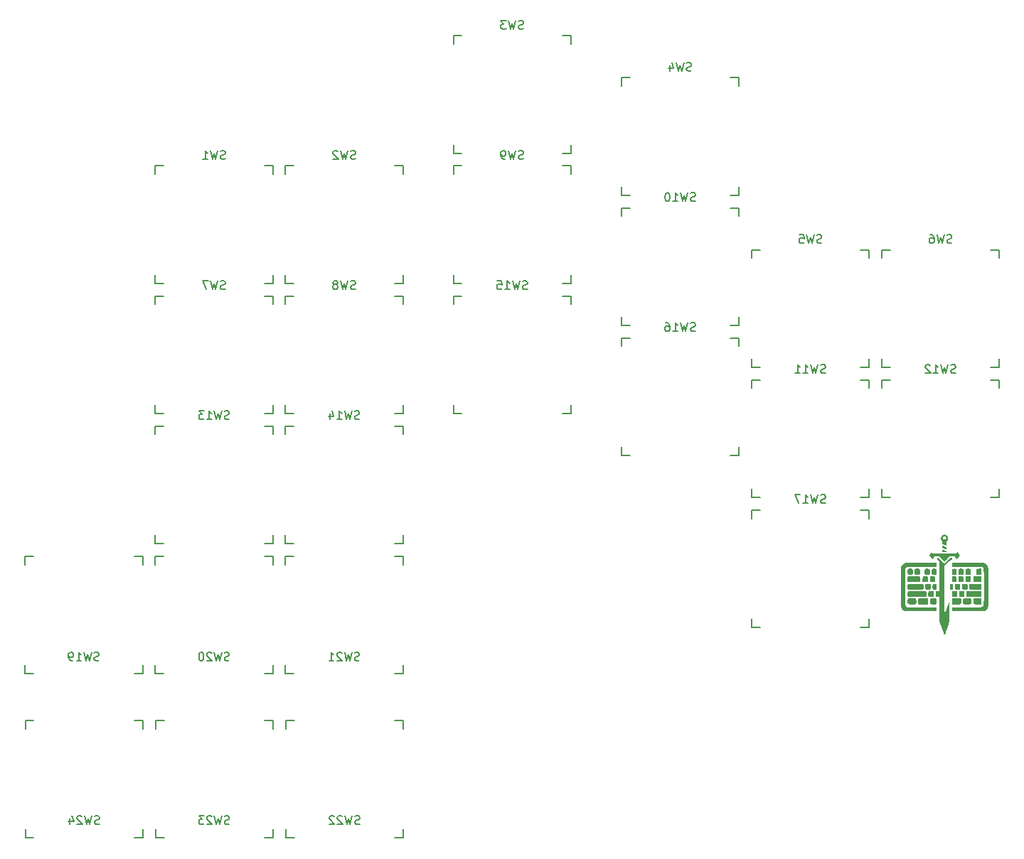
<source format=gbr>
%TF.GenerationSoftware,KiCad,Pcbnew,8.0.1*%
%TF.CreationDate,2024-04-28T21:32:14+02:00*%
%TF.ProjectId,Sword-keyboard,53776f72-642d-46b6-9579-626f6172642e,rev?*%
%TF.SameCoordinates,Original*%
%TF.FileFunction,Legend,Bot*%
%TF.FilePolarity,Positive*%
%FSLAX46Y46*%
G04 Gerber Fmt 4.6, Leading zero omitted, Abs format (unit mm)*
G04 Created by KiCad (PCBNEW 8.0.1) date 2024-04-28 21:32:14*
%MOMM*%
%LPD*%
G01*
G04 APERTURE LIST*
%ADD10C,0.150000*%
%ADD11C,0.000000*%
G04 APERTURE END LIST*
D10*
X126309523Y-108152200D02*
X126166666Y-108199819D01*
X126166666Y-108199819D02*
X125928571Y-108199819D01*
X125928571Y-108199819D02*
X125833333Y-108152200D01*
X125833333Y-108152200D02*
X125785714Y-108104580D01*
X125785714Y-108104580D02*
X125738095Y-108009342D01*
X125738095Y-108009342D02*
X125738095Y-107914104D01*
X125738095Y-107914104D02*
X125785714Y-107818866D01*
X125785714Y-107818866D02*
X125833333Y-107771247D01*
X125833333Y-107771247D02*
X125928571Y-107723628D01*
X125928571Y-107723628D02*
X126119047Y-107676009D01*
X126119047Y-107676009D02*
X126214285Y-107628390D01*
X126214285Y-107628390D02*
X126261904Y-107580771D01*
X126261904Y-107580771D02*
X126309523Y-107485533D01*
X126309523Y-107485533D02*
X126309523Y-107390295D01*
X126309523Y-107390295D02*
X126261904Y-107295057D01*
X126261904Y-107295057D02*
X126214285Y-107247438D01*
X126214285Y-107247438D02*
X126119047Y-107199819D01*
X126119047Y-107199819D02*
X125880952Y-107199819D01*
X125880952Y-107199819D02*
X125738095Y-107247438D01*
X125404761Y-107199819D02*
X125166666Y-108199819D01*
X125166666Y-108199819D02*
X124976190Y-107485533D01*
X124976190Y-107485533D02*
X124785714Y-108199819D01*
X124785714Y-108199819D02*
X124547619Y-107199819D01*
X123642857Y-108199819D02*
X124214285Y-108199819D01*
X123928571Y-108199819D02*
X123928571Y-107199819D01*
X123928571Y-107199819D02*
X124023809Y-107342676D01*
X124023809Y-107342676D02*
X124119047Y-107437914D01*
X124119047Y-107437914D02*
X124214285Y-107485533D01*
X123309523Y-107199819D02*
X122690476Y-107199819D01*
X122690476Y-107199819D02*
X123023809Y-107580771D01*
X123023809Y-107580771D02*
X122880952Y-107580771D01*
X122880952Y-107580771D02*
X122785714Y-107628390D01*
X122785714Y-107628390D02*
X122738095Y-107676009D01*
X122738095Y-107676009D02*
X122690476Y-107771247D01*
X122690476Y-107771247D02*
X122690476Y-108009342D01*
X122690476Y-108009342D02*
X122738095Y-108104580D01*
X122738095Y-108104580D02*
X122785714Y-108152200D01*
X122785714Y-108152200D02*
X122880952Y-108199819D01*
X122880952Y-108199819D02*
X123166666Y-108199819D01*
X123166666Y-108199819D02*
X123261904Y-108152200D01*
X123261904Y-108152200D02*
X123309523Y-108104580D01*
X212809523Y-102652200D02*
X212666666Y-102699819D01*
X212666666Y-102699819D02*
X212428571Y-102699819D01*
X212428571Y-102699819D02*
X212333333Y-102652200D01*
X212333333Y-102652200D02*
X212285714Y-102604580D01*
X212285714Y-102604580D02*
X212238095Y-102509342D01*
X212238095Y-102509342D02*
X212238095Y-102414104D01*
X212238095Y-102414104D02*
X212285714Y-102318866D01*
X212285714Y-102318866D02*
X212333333Y-102271247D01*
X212333333Y-102271247D02*
X212428571Y-102223628D01*
X212428571Y-102223628D02*
X212619047Y-102176009D01*
X212619047Y-102176009D02*
X212714285Y-102128390D01*
X212714285Y-102128390D02*
X212761904Y-102080771D01*
X212761904Y-102080771D02*
X212809523Y-101985533D01*
X212809523Y-101985533D02*
X212809523Y-101890295D01*
X212809523Y-101890295D02*
X212761904Y-101795057D01*
X212761904Y-101795057D02*
X212714285Y-101747438D01*
X212714285Y-101747438D02*
X212619047Y-101699819D01*
X212619047Y-101699819D02*
X212380952Y-101699819D01*
X212380952Y-101699819D02*
X212238095Y-101747438D01*
X211904761Y-101699819D02*
X211666666Y-102699819D01*
X211666666Y-102699819D02*
X211476190Y-101985533D01*
X211476190Y-101985533D02*
X211285714Y-102699819D01*
X211285714Y-102699819D02*
X211047619Y-101699819D01*
X210142857Y-102699819D02*
X210714285Y-102699819D01*
X210428571Y-102699819D02*
X210428571Y-101699819D01*
X210428571Y-101699819D02*
X210523809Y-101842676D01*
X210523809Y-101842676D02*
X210619047Y-101937914D01*
X210619047Y-101937914D02*
X210714285Y-101985533D01*
X209761904Y-101795057D02*
X209714285Y-101747438D01*
X209714285Y-101747438D02*
X209619047Y-101699819D01*
X209619047Y-101699819D02*
X209380952Y-101699819D01*
X209380952Y-101699819D02*
X209285714Y-101747438D01*
X209285714Y-101747438D02*
X209238095Y-101795057D01*
X209238095Y-101795057D02*
X209190476Y-101890295D01*
X209190476Y-101890295D02*
X209190476Y-101985533D01*
X209190476Y-101985533D02*
X209238095Y-102128390D01*
X209238095Y-102128390D02*
X209809523Y-102699819D01*
X209809523Y-102699819D02*
X209190476Y-102699819D01*
X141849523Y-156407200D02*
X141706666Y-156454819D01*
X141706666Y-156454819D02*
X141468571Y-156454819D01*
X141468571Y-156454819D02*
X141373333Y-156407200D01*
X141373333Y-156407200D02*
X141325714Y-156359580D01*
X141325714Y-156359580D02*
X141278095Y-156264342D01*
X141278095Y-156264342D02*
X141278095Y-156169104D01*
X141278095Y-156169104D02*
X141325714Y-156073866D01*
X141325714Y-156073866D02*
X141373333Y-156026247D01*
X141373333Y-156026247D02*
X141468571Y-155978628D01*
X141468571Y-155978628D02*
X141659047Y-155931009D01*
X141659047Y-155931009D02*
X141754285Y-155883390D01*
X141754285Y-155883390D02*
X141801904Y-155835771D01*
X141801904Y-155835771D02*
X141849523Y-155740533D01*
X141849523Y-155740533D02*
X141849523Y-155645295D01*
X141849523Y-155645295D02*
X141801904Y-155550057D01*
X141801904Y-155550057D02*
X141754285Y-155502438D01*
X141754285Y-155502438D02*
X141659047Y-155454819D01*
X141659047Y-155454819D02*
X141420952Y-155454819D01*
X141420952Y-155454819D02*
X141278095Y-155502438D01*
X140944761Y-155454819D02*
X140706666Y-156454819D01*
X140706666Y-156454819D02*
X140516190Y-155740533D01*
X140516190Y-155740533D02*
X140325714Y-156454819D01*
X140325714Y-156454819D02*
X140087619Y-155454819D01*
X139754285Y-155550057D02*
X139706666Y-155502438D01*
X139706666Y-155502438D02*
X139611428Y-155454819D01*
X139611428Y-155454819D02*
X139373333Y-155454819D01*
X139373333Y-155454819D02*
X139278095Y-155502438D01*
X139278095Y-155502438D02*
X139230476Y-155550057D01*
X139230476Y-155550057D02*
X139182857Y-155645295D01*
X139182857Y-155645295D02*
X139182857Y-155740533D01*
X139182857Y-155740533D02*
X139230476Y-155883390D01*
X139230476Y-155883390D02*
X139801904Y-156454819D01*
X139801904Y-156454819D02*
X139182857Y-156454819D01*
X138801904Y-155550057D02*
X138754285Y-155502438D01*
X138754285Y-155502438D02*
X138659047Y-155454819D01*
X138659047Y-155454819D02*
X138420952Y-155454819D01*
X138420952Y-155454819D02*
X138325714Y-155502438D01*
X138325714Y-155502438D02*
X138278095Y-155550057D01*
X138278095Y-155550057D02*
X138230476Y-155645295D01*
X138230476Y-155645295D02*
X138230476Y-155740533D01*
X138230476Y-155740533D02*
X138278095Y-155883390D01*
X138278095Y-155883390D02*
X138849523Y-156454819D01*
X138849523Y-156454819D02*
X138230476Y-156454819D01*
X181333332Y-66652200D02*
X181190475Y-66699819D01*
X181190475Y-66699819D02*
X180952380Y-66699819D01*
X180952380Y-66699819D02*
X180857142Y-66652200D01*
X180857142Y-66652200D02*
X180809523Y-66604580D01*
X180809523Y-66604580D02*
X180761904Y-66509342D01*
X180761904Y-66509342D02*
X180761904Y-66414104D01*
X180761904Y-66414104D02*
X180809523Y-66318866D01*
X180809523Y-66318866D02*
X180857142Y-66271247D01*
X180857142Y-66271247D02*
X180952380Y-66223628D01*
X180952380Y-66223628D02*
X181142856Y-66176009D01*
X181142856Y-66176009D02*
X181238094Y-66128390D01*
X181238094Y-66128390D02*
X181285713Y-66080771D01*
X181285713Y-66080771D02*
X181333332Y-65985533D01*
X181333332Y-65985533D02*
X181333332Y-65890295D01*
X181333332Y-65890295D02*
X181285713Y-65795057D01*
X181285713Y-65795057D02*
X181238094Y-65747438D01*
X181238094Y-65747438D02*
X181142856Y-65699819D01*
X181142856Y-65699819D02*
X180904761Y-65699819D01*
X180904761Y-65699819D02*
X180761904Y-65747438D01*
X180428570Y-65699819D02*
X180190475Y-66699819D01*
X180190475Y-66699819D02*
X179999999Y-65985533D01*
X179999999Y-65985533D02*
X179809523Y-66699819D01*
X179809523Y-66699819D02*
X179571428Y-65699819D01*
X178761904Y-66033152D02*
X178761904Y-66699819D01*
X178999999Y-65652200D02*
X179238094Y-66366485D01*
X179238094Y-66366485D02*
X178619047Y-66366485D01*
X125833332Y-77152200D02*
X125690475Y-77199819D01*
X125690475Y-77199819D02*
X125452380Y-77199819D01*
X125452380Y-77199819D02*
X125357142Y-77152200D01*
X125357142Y-77152200D02*
X125309523Y-77104580D01*
X125309523Y-77104580D02*
X125261904Y-77009342D01*
X125261904Y-77009342D02*
X125261904Y-76914104D01*
X125261904Y-76914104D02*
X125309523Y-76818866D01*
X125309523Y-76818866D02*
X125357142Y-76771247D01*
X125357142Y-76771247D02*
X125452380Y-76723628D01*
X125452380Y-76723628D02*
X125642856Y-76676009D01*
X125642856Y-76676009D02*
X125738094Y-76628390D01*
X125738094Y-76628390D02*
X125785713Y-76580771D01*
X125785713Y-76580771D02*
X125833332Y-76485533D01*
X125833332Y-76485533D02*
X125833332Y-76390295D01*
X125833332Y-76390295D02*
X125785713Y-76295057D01*
X125785713Y-76295057D02*
X125738094Y-76247438D01*
X125738094Y-76247438D02*
X125642856Y-76199819D01*
X125642856Y-76199819D02*
X125404761Y-76199819D01*
X125404761Y-76199819D02*
X125261904Y-76247438D01*
X124928570Y-76199819D02*
X124690475Y-77199819D01*
X124690475Y-77199819D02*
X124499999Y-76485533D01*
X124499999Y-76485533D02*
X124309523Y-77199819D01*
X124309523Y-77199819D02*
X124071428Y-76199819D01*
X123166666Y-77199819D02*
X123738094Y-77199819D01*
X123452380Y-77199819D02*
X123452380Y-76199819D01*
X123452380Y-76199819D02*
X123547618Y-76342676D01*
X123547618Y-76342676D02*
X123642856Y-76437914D01*
X123642856Y-76437914D02*
X123738094Y-76485533D01*
X110849523Y-156407200D02*
X110706666Y-156454819D01*
X110706666Y-156454819D02*
X110468571Y-156454819D01*
X110468571Y-156454819D02*
X110373333Y-156407200D01*
X110373333Y-156407200D02*
X110325714Y-156359580D01*
X110325714Y-156359580D02*
X110278095Y-156264342D01*
X110278095Y-156264342D02*
X110278095Y-156169104D01*
X110278095Y-156169104D02*
X110325714Y-156073866D01*
X110325714Y-156073866D02*
X110373333Y-156026247D01*
X110373333Y-156026247D02*
X110468571Y-155978628D01*
X110468571Y-155978628D02*
X110659047Y-155931009D01*
X110659047Y-155931009D02*
X110754285Y-155883390D01*
X110754285Y-155883390D02*
X110801904Y-155835771D01*
X110801904Y-155835771D02*
X110849523Y-155740533D01*
X110849523Y-155740533D02*
X110849523Y-155645295D01*
X110849523Y-155645295D02*
X110801904Y-155550057D01*
X110801904Y-155550057D02*
X110754285Y-155502438D01*
X110754285Y-155502438D02*
X110659047Y-155454819D01*
X110659047Y-155454819D02*
X110420952Y-155454819D01*
X110420952Y-155454819D02*
X110278095Y-155502438D01*
X109944761Y-155454819D02*
X109706666Y-156454819D01*
X109706666Y-156454819D02*
X109516190Y-155740533D01*
X109516190Y-155740533D02*
X109325714Y-156454819D01*
X109325714Y-156454819D02*
X109087619Y-155454819D01*
X108754285Y-155550057D02*
X108706666Y-155502438D01*
X108706666Y-155502438D02*
X108611428Y-155454819D01*
X108611428Y-155454819D02*
X108373333Y-155454819D01*
X108373333Y-155454819D02*
X108278095Y-155502438D01*
X108278095Y-155502438D02*
X108230476Y-155550057D01*
X108230476Y-155550057D02*
X108182857Y-155645295D01*
X108182857Y-155645295D02*
X108182857Y-155740533D01*
X108182857Y-155740533D02*
X108230476Y-155883390D01*
X108230476Y-155883390D02*
X108801904Y-156454819D01*
X108801904Y-156454819D02*
X108182857Y-156454819D01*
X107325714Y-155788152D02*
X107325714Y-156454819D01*
X107563809Y-155407200D02*
X107801904Y-156121485D01*
X107801904Y-156121485D02*
X107182857Y-156121485D01*
X141809523Y-108152200D02*
X141666666Y-108199819D01*
X141666666Y-108199819D02*
X141428571Y-108199819D01*
X141428571Y-108199819D02*
X141333333Y-108152200D01*
X141333333Y-108152200D02*
X141285714Y-108104580D01*
X141285714Y-108104580D02*
X141238095Y-108009342D01*
X141238095Y-108009342D02*
X141238095Y-107914104D01*
X141238095Y-107914104D02*
X141285714Y-107818866D01*
X141285714Y-107818866D02*
X141333333Y-107771247D01*
X141333333Y-107771247D02*
X141428571Y-107723628D01*
X141428571Y-107723628D02*
X141619047Y-107676009D01*
X141619047Y-107676009D02*
X141714285Y-107628390D01*
X141714285Y-107628390D02*
X141761904Y-107580771D01*
X141761904Y-107580771D02*
X141809523Y-107485533D01*
X141809523Y-107485533D02*
X141809523Y-107390295D01*
X141809523Y-107390295D02*
X141761904Y-107295057D01*
X141761904Y-107295057D02*
X141714285Y-107247438D01*
X141714285Y-107247438D02*
X141619047Y-107199819D01*
X141619047Y-107199819D02*
X141380952Y-107199819D01*
X141380952Y-107199819D02*
X141238095Y-107247438D01*
X140904761Y-107199819D02*
X140666666Y-108199819D01*
X140666666Y-108199819D02*
X140476190Y-107485533D01*
X140476190Y-107485533D02*
X140285714Y-108199819D01*
X140285714Y-108199819D02*
X140047619Y-107199819D01*
X139142857Y-108199819D02*
X139714285Y-108199819D01*
X139428571Y-108199819D02*
X139428571Y-107199819D01*
X139428571Y-107199819D02*
X139523809Y-107342676D01*
X139523809Y-107342676D02*
X139619047Y-107437914D01*
X139619047Y-107437914D02*
X139714285Y-107485533D01*
X138285714Y-107533152D02*
X138285714Y-108199819D01*
X138523809Y-107152200D02*
X138761904Y-107866485D01*
X138761904Y-107866485D02*
X138142857Y-107866485D01*
X161333332Y-77152200D02*
X161190475Y-77199819D01*
X161190475Y-77199819D02*
X160952380Y-77199819D01*
X160952380Y-77199819D02*
X160857142Y-77152200D01*
X160857142Y-77152200D02*
X160809523Y-77104580D01*
X160809523Y-77104580D02*
X160761904Y-77009342D01*
X160761904Y-77009342D02*
X160761904Y-76914104D01*
X160761904Y-76914104D02*
X160809523Y-76818866D01*
X160809523Y-76818866D02*
X160857142Y-76771247D01*
X160857142Y-76771247D02*
X160952380Y-76723628D01*
X160952380Y-76723628D02*
X161142856Y-76676009D01*
X161142856Y-76676009D02*
X161238094Y-76628390D01*
X161238094Y-76628390D02*
X161285713Y-76580771D01*
X161285713Y-76580771D02*
X161333332Y-76485533D01*
X161333332Y-76485533D02*
X161333332Y-76390295D01*
X161333332Y-76390295D02*
X161285713Y-76295057D01*
X161285713Y-76295057D02*
X161238094Y-76247438D01*
X161238094Y-76247438D02*
X161142856Y-76199819D01*
X161142856Y-76199819D02*
X160904761Y-76199819D01*
X160904761Y-76199819D02*
X160761904Y-76247438D01*
X160428570Y-76199819D02*
X160190475Y-77199819D01*
X160190475Y-77199819D02*
X159999999Y-76485533D01*
X159999999Y-76485533D02*
X159809523Y-77199819D01*
X159809523Y-77199819D02*
X159571428Y-76199819D01*
X159142856Y-77199819D02*
X158952380Y-77199819D01*
X158952380Y-77199819D02*
X158857142Y-77152200D01*
X158857142Y-77152200D02*
X158809523Y-77104580D01*
X158809523Y-77104580D02*
X158714285Y-76961723D01*
X158714285Y-76961723D02*
X158666666Y-76771247D01*
X158666666Y-76771247D02*
X158666666Y-76390295D01*
X158666666Y-76390295D02*
X158714285Y-76295057D01*
X158714285Y-76295057D02*
X158761904Y-76247438D01*
X158761904Y-76247438D02*
X158857142Y-76199819D01*
X158857142Y-76199819D02*
X159047618Y-76199819D01*
X159047618Y-76199819D02*
X159142856Y-76247438D01*
X159142856Y-76247438D02*
X159190475Y-76295057D01*
X159190475Y-76295057D02*
X159238094Y-76390295D01*
X159238094Y-76390295D02*
X159238094Y-76628390D01*
X159238094Y-76628390D02*
X159190475Y-76723628D01*
X159190475Y-76723628D02*
X159142856Y-76771247D01*
X159142856Y-76771247D02*
X159047618Y-76818866D01*
X159047618Y-76818866D02*
X158857142Y-76818866D01*
X158857142Y-76818866D02*
X158761904Y-76771247D01*
X158761904Y-76771247D02*
X158714285Y-76723628D01*
X158714285Y-76723628D02*
X158666666Y-76628390D01*
X125833332Y-92652200D02*
X125690475Y-92699819D01*
X125690475Y-92699819D02*
X125452380Y-92699819D01*
X125452380Y-92699819D02*
X125357142Y-92652200D01*
X125357142Y-92652200D02*
X125309523Y-92604580D01*
X125309523Y-92604580D02*
X125261904Y-92509342D01*
X125261904Y-92509342D02*
X125261904Y-92414104D01*
X125261904Y-92414104D02*
X125309523Y-92318866D01*
X125309523Y-92318866D02*
X125357142Y-92271247D01*
X125357142Y-92271247D02*
X125452380Y-92223628D01*
X125452380Y-92223628D02*
X125642856Y-92176009D01*
X125642856Y-92176009D02*
X125738094Y-92128390D01*
X125738094Y-92128390D02*
X125785713Y-92080771D01*
X125785713Y-92080771D02*
X125833332Y-91985533D01*
X125833332Y-91985533D02*
X125833332Y-91890295D01*
X125833332Y-91890295D02*
X125785713Y-91795057D01*
X125785713Y-91795057D02*
X125738094Y-91747438D01*
X125738094Y-91747438D02*
X125642856Y-91699819D01*
X125642856Y-91699819D02*
X125404761Y-91699819D01*
X125404761Y-91699819D02*
X125261904Y-91747438D01*
X124928570Y-91699819D02*
X124690475Y-92699819D01*
X124690475Y-92699819D02*
X124499999Y-91985533D01*
X124499999Y-91985533D02*
X124309523Y-92699819D01*
X124309523Y-92699819D02*
X124071428Y-91699819D01*
X123785713Y-91699819D02*
X123119047Y-91699819D01*
X123119047Y-91699819D02*
X123547618Y-92699819D01*
X181809523Y-82152200D02*
X181666666Y-82199819D01*
X181666666Y-82199819D02*
X181428571Y-82199819D01*
X181428571Y-82199819D02*
X181333333Y-82152200D01*
X181333333Y-82152200D02*
X181285714Y-82104580D01*
X181285714Y-82104580D02*
X181238095Y-82009342D01*
X181238095Y-82009342D02*
X181238095Y-81914104D01*
X181238095Y-81914104D02*
X181285714Y-81818866D01*
X181285714Y-81818866D02*
X181333333Y-81771247D01*
X181333333Y-81771247D02*
X181428571Y-81723628D01*
X181428571Y-81723628D02*
X181619047Y-81676009D01*
X181619047Y-81676009D02*
X181714285Y-81628390D01*
X181714285Y-81628390D02*
X181761904Y-81580771D01*
X181761904Y-81580771D02*
X181809523Y-81485533D01*
X181809523Y-81485533D02*
X181809523Y-81390295D01*
X181809523Y-81390295D02*
X181761904Y-81295057D01*
X181761904Y-81295057D02*
X181714285Y-81247438D01*
X181714285Y-81247438D02*
X181619047Y-81199819D01*
X181619047Y-81199819D02*
X181380952Y-81199819D01*
X181380952Y-81199819D02*
X181238095Y-81247438D01*
X180904761Y-81199819D02*
X180666666Y-82199819D01*
X180666666Y-82199819D02*
X180476190Y-81485533D01*
X180476190Y-81485533D02*
X180285714Y-82199819D01*
X180285714Y-82199819D02*
X180047619Y-81199819D01*
X179142857Y-82199819D02*
X179714285Y-82199819D01*
X179428571Y-82199819D02*
X179428571Y-81199819D01*
X179428571Y-81199819D02*
X179523809Y-81342676D01*
X179523809Y-81342676D02*
X179619047Y-81437914D01*
X179619047Y-81437914D02*
X179714285Y-81485533D01*
X178523809Y-81199819D02*
X178428571Y-81199819D01*
X178428571Y-81199819D02*
X178333333Y-81247438D01*
X178333333Y-81247438D02*
X178285714Y-81295057D01*
X178285714Y-81295057D02*
X178238095Y-81390295D01*
X178238095Y-81390295D02*
X178190476Y-81580771D01*
X178190476Y-81580771D02*
X178190476Y-81818866D01*
X178190476Y-81818866D02*
X178238095Y-82009342D01*
X178238095Y-82009342D02*
X178285714Y-82104580D01*
X178285714Y-82104580D02*
X178333333Y-82152200D01*
X178333333Y-82152200D02*
X178428571Y-82199819D01*
X178428571Y-82199819D02*
X178523809Y-82199819D01*
X178523809Y-82199819D02*
X178619047Y-82152200D01*
X178619047Y-82152200D02*
X178666666Y-82104580D01*
X178666666Y-82104580D02*
X178714285Y-82009342D01*
X178714285Y-82009342D02*
X178761904Y-81818866D01*
X178761904Y-81818866D02*
X178761904Y-81580771D01*
X178761904Y-81580771D02*
X178714285Y-81390295D01*
X178714285Y-81390295D02*
X178666666Y-81295057D01*
X178666666Y-81295057D02*
X178619047Y-81247438D01*
X178619047Y-81247438D02*
X178523809Y-81199819D01*
X212333332Y-87152200D02*
X212190475Y-87199819D01*
X212190475Y-87199819D02*
X211952380Y-87199819D01*
X211952380Y-87199819D02*
X211857142Y-87152200D01*
X211857142Y-87152200D02*
X211809523Y-87104580D01*
X211809523Y-87104580D02*
X211761904Y-87009342D01*
X211761904Y-87009342D02*
X211761904Y-86914104D01*
X211761904Y-86914104D02*
X211809523Y-86818866D01*
X211809523Y-86818866D02*
X211857142Y-86771247D01*
X211857142Y-86771247D02*
X211952380Y-86723628D01*
X211952380Y-86723628D02*
X212142856Y-86676009D01*
X212142856Y-86676009D02*
X212238094Y-86628390D01*
X212238094Y-86628390D02*
X212285713Y-86580771D01*
X212285713Y-86580771D02*
X212333332Y-86485533D01*
X212333332Y-86485533D02*
X212333332Y-86390295D01*
X212333332Y-86390295D02*
X212285713Y-86295057D01*
X212285713Y-86295057D02*
X212238094Y-86247438D01*
X212238094Y-86247438D02*
X212142856Y-86199819D01*
X212142856Y-86199819D02*
X211904761Y-86199819D01*
X211904761Y-86199819D02*
X211761904Y-86247438D01*
X211428570Y-86199819D02*
X211190475Y-87199819D01*
X211190475Y-87199819D02*
X210999999Y-86485533D01*
X210999999Y-86485533D02*
X210809523Y-87199819D01*
X210809523Y-87199819D02*
X210571428Y-86199819D01*
X209761904Y-86199819D02*
X209952380Y-86199819D01*
X209952380Y-86199819D02*
X210047618Y-86247438D01*
X210047618Y-86247438D02*
X210095237Y-86295057D01*
X210095237Y-86295057D02*
X210190475Y-86437914D01*
X210190475Y-86437914D02*
X210238094Y-86628390D01*
X210238094Y-86628390D02*
X210238094Y-87009342D01*
X210238094Y-87009342D02*
X210190475Y-87104580D01*
X210190475Y-87104580D02*
X210142856Y-87152200D01*
X210142856Y-87152200D02*
X210047618Y-87199819D01*
X210047618Y-87199819D02*
X209857142Y-87199819D01*
X209857142Y-87199819D02*
X209761904Y-87152200D01*
X209761904Y-87152200D02*
X209714285Y-87104580D01*
X209714285Y-87104580D02*
X209666666Y-87009342D01*
X209666666Y-87009342D02*
X209666666Y-86771247D01*
X209666666Y-86771247D02*
X209714285Y-86676009D01*
X209714285Y-86676009D02*
X209761904Y-86628390D01*
X209761904Y-86628390D02*
X209857142Y-86580771D01*
X209857142Y-86580771D02*
X210047618Y-86580771D01*
X210047618Y-86580771D02*
X210142856Y-86628390D01*
X210142856Y-86628390D02*
X210190475Y-86676009D01*
X210190475Y-86676009D02*
X210238094Y-86771247D01*
X197309523Y-102652200D02*
X197166666Y-102699819D01*
X197166666Y-102699819D02*
X196928571Y-102699819D01*
X196928571Y-102699819D02*
X196833333Y-102652200D01*
X196833333Y-102652200D02*
X196785714Y-102604580D01*
X196785714Y-102604580D02*
X196738095Y-102509342D01*
X196738095Y-102509342D02*
X196738095Y-102414104D01*
X196738095Y-102414104D02*
X196785714Y-102318866D01*
X196785714Y-102318866D02*
X196833333Y-102271247D01*
X196833333Y-102271247D02*
X196928571Y-102223628D01*
X196928571Y-102223628D02*
X197119047Y-102176009D01*
X197119047Y-102176009D02*
X197214285Y-102128390D01*
X197214285Y-102128390D02*
X197261904Y-102080771D01*
X197261904Y-102080771D02*
X197309523Y-101985533D01*
X197309523Y-101985533D02*
X197309523Y-101890295D01*
X197309523Y-101890295D02*
X197261904Y-101795057D01*
X197261904Y-101795057D02*
X197214285Y-101747438D01*
X197214285Y-101747438D02*
X197119047Y-101699819D01*
X197119047Y-101699819D02*
X196880952Y-101699819D01*
X196880952Y-101699819D02*
X196738095Y-101747438D01*
X196404761Y-101699819D02*
X196166666Y-102699819D01*
X196166666Y-102699819D02*
X195976190Y-101985533D01*
X195976190Y-101985533D02*
X195785714Y-102699819D01*
X195785714Y-102699819D02*
X195547619Y-101699819D01*
X194642857Y-102699819D02*
X195214285Y-102699819D01*
X194928571Y-102699819D02*
X194928571Y-101699819D01*
X194928571Y-101699819D02*
X195023809Y-101842676D01*
X195023809Y-101842676D02*
X195119047Y-101937914D01*
X195119047Y-101937914D02*
X195214285Y-101985533D01*
X193690476Y-102699819D02*
X194261904Y-102699819D01*
X193976190Y-102699819D02*
X193976190Y-101699819D01*
X193976190Y-101699819D02*
X194071428Y-101842676D01*
X194071428Y-101842676D02*
X194166666Y-101937914D01*
X194166666Y-101937914D02*
X194261904Y-101985533D01*
X197309523Y-118152200D02*
X197166666Y-118199819D01*
X197166666Y-118199819D02*
X196928571Y-118199819D01*
X196928571Y-118199819D02*
X196833333Y-118152200D01*
X196833333Y-118152200D02*
X196785714Y-118104580D01*
X196785714Y-118104580D02*
X196738095Y-118009342D01*
X196738095Y-118009342D02*
X196738095Y-117914104D01*
X196738095Y-117914104D02*
X196785714Y-117818866D01*
X196785714Y-117818866D02*
X196833333Y-117771247D01*
X196833333Y-117771247D02*
X196928571Y-117723628D01*
X196928571Y-117723628D02*
X197119047Y-117676009D01*
X197119047Y-117676009D02*
X197214285Y-117628390D01*
X197214285Y-117628390D02*
X197261904Y-117580771D01*
X197261904Y-117580771D02*
X197309523Y-117485533D01*
X197309523Y-117485533D02*
X197309523Y-117390295D01*
X197309523Y-117390295D02*
X197261904Y-117295057D01*
X197261904Y-117295057D02*
X197214285Y-117247438D01*
X197214285Y-117247438D02*
X197119047Y-117199819D01*
X197119047Y-117199819D02*
X196880952Y-117199819D01*
X196880952Y-117199819D02*
X196738095Y-117247438D01*
X196404761Y-117199819D02*
X196166666Y-118199819D01*
X196166666Y-118199819D02*
X195976190Y-117485533D01*
X195976190Y-117485533D02*
X195785714Y-118199819D01*
X195785714Y-118199819D02*
X195547619Y-117199819D01*
X194642857Y-118199819D02*
X195214285Y-118199819D01*
X194928571Y-118199819D02*
X194928571Y-117199819D01*
X194928571Y-117199819D02*
X195023809Y-117342676D01*
X195023809Y-117342676D02*
X195119047Y-117437914D01*
X195119047Y-117437914D02*
X195214285Y-117485533D01*
X194309523Y-117199819D02*
X193642857Y-117199819D01*
X193642857Y-117199819D02*
X194071428Y-118199819D01*
X196833332Y-87152200D02*
X196690475Y-87199819D01*
X196690475Y-87199819D02*
X196452380Y-87199819D01*
X196452380Y-87199819D02*
X196357142Y-87152200D01*
X196357142Y-87152200D02*
X196309523Y-87104580D01*
X196309523Y-87104580D02*
X196261904Y-87009342D01*
X196261904Y-87009342D02*
X196261904Y-86914104D01*
X196261904Y-86914104D02*
X196309523Y-86818866D01*
X196309523Y-86818866D02*
X196357142Y-86771247D01*
X196357142Y-86771247D02*
X196452380Y-86723628D01*
X196452380Y-86723628D02*
X196642856Y-86676009D01*
X196642856Y-86676009D02*
X196738094Y-86628390D01*
X196738094Y-86628390D02*
X196785713Y-86580771D01*
X196785713Y-86580771D02*
X196833332Y-86485533D01*
X196833332Y-86485533D02*
X196833332Y-86390295D01*
X196833332Y-86390295D02*
X196785713Y-86295057D01*
X196785713Y-86295057D02*
X196738094Y-86247438D01*
X196738094Y-86247438D02*
X196642856Y-86199819D01*
X196642856Y-86199819D02*
X196404761Y-86199819D01*
X196404761Y-86199819D02*
X196261904Y-86247438D01*
X195928570Y-86199819D02*
X195690475Y-87199819D01*
X195690475Y-87199819D02*
X195499999Y-86485533D01*
X195499999Y-86485533D02*
X195309523Y-87199819D01*
X195309523Y-87199819D02*
X195071428Y-86199819D01*
X194214285Y-86199819D02*
X194690475Y-86199819D01*
X194690475Y-86199819D02*
X194738094Y-86676009D01*
X194738094Y-86676009D02*
X194690475Y-86628390D01*
X194690475Y-86628390D02*
X194595237Y-86580771D01*
X194595237Y-86580771D02*
X194357142Y-86580771D01*
X194357142Y-86580771D02*
X194261904Y-86628390D01*
X194261904Y-86628390D02*
X194214285Y-86676009D01*
X194214285Y-86676009D02*
X194166666Y-86771247D01*
X194166666Y-86771247D02*
X194166666Y-87009342D01*
X194166666Y-87009342D02*
X194214285Y-87104580D01*
X194214285Y-87104580D02*
X194261904Y-87152200D01*
X194261904Y-87152200D02*
X194357142Y-87199819D01*
X194357142Y-87199819D02*
X194595237Y-87199819D01*
X194595237Y-87199819D02*
X194690475Y-87152200D01*
X194690475Y-87152200D02*
X194738094Y-87104580D01*
X141809523Y-136907200D02*
X141666666Y-136954819D01*
X141666666Y-136954819D02*
X141428571Y-136954819D01*
X141428571Y-136954819D02*
X141333333Y-136907200D01*
X141333333Y-136907200D02*
X141285714Y-136859580D01*
X141285714Y-136859580D02*
X141238095Y-136764342D01*
X141238095Y-136764342D02*
X141238095Y-136669104D01*
X141238095Y-136669104D02*
X141285714Y-136573866D01*
X141285714Y-136573866D02*
X141333333Y-136526247D01*
X141333333Y-136526247D02*
X141428571Y-136478628D01*
X141428571Y-136478628D02*
X141619047Y-136431009D01*
X141619047Y-136431009D02*
X141714285Y-136383390D01*
X141714285Y-136383390D02*
X141761904Y-136335771D01*
X141761904Y-136335771D02*
X141809523Y-136240533D01*
X141809523Y-136240533D02*
X141809523Y-136145295D01*
X141809523Y-136145295D02*
X141761904Y-136050057D01*
X141761904Y-136050057D02*
X141714285Y-136002438D01*
X141714285Y-136002438D02*
X141619047Y-135954819D01*
X141619047Y-135954819D02*
X141380952Y-135954819D01*
X141380952Y-135954819D02*
X141238095Y-136002438D01*
X140904761Y-135954819D02*
X140666666Y-136954819D01*
X140666666Y-136954819D02*
X140476190Y-136240533D01*
X140476190Y-136240533D02*
X140285714Y-136954819D01*
X140285714Y-136954819D02*
X140047619Y-135954819D01*
X139714285Y-136050057D02*
X139666666Y-136002438D01*
X139666666Y-136002438D02*
X139571428Y-135954819D01*
X139571428Y-135954819D02*
X139333333Y-135954819D01*
X139333333Y-135954819D02*
X139238095Y-136002438D01*
X139238095Y-136002438D02*
X139190476Y-136050057D01*
X139190476Y-136050057D02*
X139142857Y-136145295D01*
X139142857Y-136145295D02*
X139142857Y-136240533D01*
X139142857Y-136240533D02*
X139190476Y-136383390D01*
X139190476Y-136383390D02*
X139761904Y-136954819D01*
X139761904Y-136954819D02*
X139142857Y-136954819D01*
X138190476Y-136954819D02*
X138761904Y-136954819D01*
X138476190Y-136954819D02*
X138476190Y-135954819D01*
X138476190Y-135954819D02*
X138571428Y-136097676D01*
X138571428Y-136097676D02*
X138666666Y-136192914D01*
X138666666Y-136192914D02*
X138761904Y-136240533D01*
X141333332Y-77152200D02*
X141190475Y-77199819D01*
X141190475Y-77199819D02*
X140952380Y-77199819D01*
X140952380Y-77199819D02*
X140857142Y-77152200D01*
X140857142Y-77152200D02*
X140809523Y-77104580D01*
X140809523Y-77104580D02*
X140761904Y-77009342D01*
X140761904Y-77009342D02*
X140761904Y-76914104D01*
X140761904Y-76914104D02*
X140809523Y-76818866D01*
X140809523Y-76818866D02*
X140857142Y-76771247D01*
X140857142Y-76771247D02*
X140952380Y-76723628D01*
X140952380Y-76723628D02*
X141142856Y-76676009D01*
X141142856Y-76676009D02*
X141238094Y-76628390D01*
X141238094Y-76628390D02*
X141285713Y-76580771D01*
X141285713Y-76580771D02*
X141333332Y-76485533D01*
X141333332Y-76485533D02*
X141333332Y-76390295D01*
X141333332Y-76390295D02*
X141285713Y-76295057D01*
X141285713Y-76295057D02*
X141238094Y-76247438D01*
X141238094Y-76247438D02*
X141142856Y-76199819D01*
X141142856Y-76199819D02*
X140904761Y-76199819D01*
X140904761Y-76199819D02*
X140761904Y-76247438D01*
X140428570Y-76199819D02*
X140190475Y-77199819D01*
X140190475Y-77199819D02*
X139999999Y-76485533D01*
X139999999Y-76485533D02*
X139809523Y-77199819D01*
X139809523Y-77199819D02*
X139571428Y-76199819D01*
X139238094Y-76295057D02*
X139190475Y-76247438D01*
X139190475Y-76247438D02*
X139095237Y-76199819D01*
X139095237Y-76199819D02*
X138857142Y-76199819D01*
X138857142Y-76199819D02*
X138761904Y-76247438D01*
X138761904Y-76247438D02*
X138714285Y-76295057D01*
X138714285Y-76295057D02*
X138666666Y-76390295D01*
X138666666Y-76390295D02*
X138666666Y-76485533D01*
X138666666Y-76485533D02*
X138714285Y-76628390D01*
X138714285Y-76628390D02*
X139285713Y-77199819D01*
X139285713Y-77199819D02*
X138666666Y-77199819D01*
X161809523Y-92652200D02*
X161666666Y-92699819D01*
X161666666Y-92699819D02*
X161428571Y-92699819D01*
X161428571Y-92699819D02*
X161333333Y-92652200D01*
X161333333Y-92652200D02*
X161285714Y-92604580D01*
X161285714Y-92604580D02*
X161238095Y-92509342D01*
X161238095Y-92509342D02*
X161238095Y-92414104D01*
X161238095Y-92414104D02*
X161285714Y-92318866D01*
X161285714Y-92318866D02*
X161333333Y-92271247D01*
X161333333Y-92271247D02*
X161428571Y-92223628D01*
X161428571Y-92223628D02*
X161619047Y-92176009D01*
X161619047Y-92176009D02*
X161714285Y-92128390D01*
X161714285Y-92128390D02*
X161761904Y-92080771D01*
X161761904Y-92080771D02*
X161809523Y-91985533D01*
X161809523Y-91985533D02*
X161809523Y-91890295D01*
X161809523Y-91890295D02*
X161761904Y-91795057D01*
X161761904Y-91795057D02*
X161714285Y-91747438D01*
X161714285Y-91747438D02*
X161619047Y-91699819D01*
X161619047Y-91699819D02*
X161380952Y-91699819D01*
X161380952Y-91699819D02*
X161238095Y-91747438D01*
X160904761Y-91699819D02*
X160666666Y-92699819D01*
X160666666Y-92699819D02*
X160476190Y-91985533D01*
X160476190Y-91985533D02*
X160285714Y-92699819D01*
X160285714Y-92699819D02*
X160047619Y-91699819D01*
X159142857Y-92699819D02*
X159714285Y-92699819D01*
X159428571Y-92699819D02*
X159428571Y-91699819D01*
X159428571Y-91699819D02*
X159523809Y-91842676D01*
X159523809Y-91842676D02*
X159619047Y-91937914D01*
X159619047Y-91937914D02*
X159714285Y-91985533D01*
X158238095Y-91699819D02*
X158714285Y-91699819D01*
X158714285Y-91699819D02*
X158761904Y-92176009D01*
X158761904Y-92176009D02*
X158714285Y-92128390D01*
X158714285Y-92128390D02*
X158619047Y-92080771D01*
X158619047Y-92080771D02*
X158380952Y-92080771D01*
X158380952Y-92080771D02*
X158285714Y-92128390D01*
X158285714Y-92128390D02*
X158238095Y-92176009D01*
X158238095Y-92176009D02*
X158190476Y-92271247D01*
X158190476Y-92271247D02*
X158190476Y-92509342D01*
X158190476Y-92509342D02*
X158238095Y-92604580D01*
X158238095Y-92604580D02*
X158285714Y-92652200D01*
X158285714Y-92652200D02*
X158380952Y-92699819D01*
X158380952Y-92699819D02*
X158619047Y-92699819D01*
X158619047Y-92699819D02*
X158714285Y-92652200D01*
X158714285Y-92652200D02*
X158761904Y-92604580D01*
X126309523Y-136907200D02*
X126166666Y-136954819D01*
X126166666Y-136954819D02*
X125928571Y-136954819D01*
X125928571Y-136954819D02*
X125833333Y-136907200D01*
X125833333Y-136907200D02*
X125785714Y-136859580D01*
X125785714Y-136859580D02*
X125738095Y-136764342D01*
X125738095Y-136764342D02*
X125738095Y-136669104D01*
X125738095Y-136669104D02*
X125785714Y-136573866D01*
X125785714Y-136573866D02*
X125833333Y-136526247D01*
X125833333Y-136526247D02*
X125928571Y-136478628D01*
X125928571Y-136478628D02*
X126119047Y-136431009D01*
X126119047Y-136431009D02*
X126214285Y-136383390D01*
X126214285Y-136383390D02*
X126261904Y-136335771D01*
X126261904Y-136335771D02*
X126309523Y-136240533D01*
X126309523Y-136240533D02*
X126309523Y-136145295D01*
X126309523Y-136145295D02*
X126261904Y-136050057D01*
X126261904Y-136050057D02*
X126214285Y-136002438D01*
X126214285Y-136002438D02*
X126119047Y-135954819D01*
X126119047Y-135954819D02*
X125880952Y-135954819D01*
X125880952Y-135954819D02*
X125738095Y-136002438D01*
X125404761Y-135954819D02*
X125166666Y-136954819D01*
X125166666Y-136954819D02*
X124976190Y-136240533D01*
X124976190Y-136240533D02*
X124785714Y-136954819D01*
X124785714Y-136954819D02*
X124547619Y-135954819D01*
X124214285Y-136050057D02*
X124166666Y-136002438D01*
X124166666Y-136002438D02*
X124071428Y-135954819D01*
X124071428Y-135954819D02*
X123833333Y-135954819D01*
X123833333Y-135954819D02*
X123738095Y-136002438D01*
X123738095Y-136002438D02*
X123690476Y-136050057D01*
X123690476Y-136050057D02*
X123642857Y-136145295D01*
X123642857Y-136145295D02*
X123642857Y-136240533D01*
X123642857Y-136240533D02*
X123690476Y-136383390D01*
X123690476Y-136383390D02*
X124261904Y-136954819D01*
X124261904Y-136954819D02*
X123642857Y-136954819D01*
X123023809Y-135954819D02*
X122928571Y-135954819D01*
X122928571Y-135954819D02*
X122833333Y-136002438D01*
X122833333Y-136002438D02*
X122785714Y-136050057D01*
X122785714Y-136050057D02*
X122738095Y-136145295D01*
X122738095Y-136145295D02*
X122690476Y-136335771D01*
X122690476Y-136335771D02*
X122690476Y-136573866D01*
X122690476Y-136573866D02*
X122738095Y-136764342D01*
X122738095Y-136764342D02*
X122785714Y-136859580D01*
X122785714Y-136859580D02*
X122833333Y-136907200D01*
X122833333Y-136907200D02*
X122928571Y-136954819D01*
X122928571Y-136954819D02*
X123023809Y-136954819D01*
X123023809Y-136954819D02*
X123119047Y-136907200D01*
X123119047Y-136907200D02*
X123166666Y-136859580D01*
X123166666Y-136859580D02*
X123214285Y-136764342D01*
X123214285Y-136764342D02*
X123261904Y-136573866D01*
X123261904Y-136573866D02*
X123261904Y-136335771D01*
X123261904Y-136335771D02*
X123214285Y-136145295D01*
X123214285Y-136145295D02*
X123166666Y-136050057D01*
X123166666Y-136050057D02*
X123119047Y-136002438D01*
X123119047Y-136002438D02*
X123023809Y-135954819D01*
X181809523Y-97652200D02*
X181666666Y-97699819D01*
X181666666Y-97699819D02*
X181428571Y-97699819D01*
X181428571Y-97699819D02*
X181333333Y-97652200D01*
X181333333Y-97652200D02*
X181285714Y-97604580D01*
X181285714Y-97604580D02*
X181238095Y-97509342D01*
X181238095Y-97509342D02*
X181238095Y-97414104D01*
X181238095Y-97414104D02*
X181285714Y-97318866D01*
X181285714Y-97318866D02*
X181333333Y-97271247D01*
X181333333Y-97271247D02*
X181428571Y-97223628D01*
X181428571Y-97223628D02*
X181619047Y-97176009D01*
X181619047Y-97176009D02*
X181714285Y-97128390D01*
X181714285Y-97128390D02*
X181761904Y-97080771D01*
X181761904Y-97080771D02*
X181809523Y-96985533D01*
X181809523Y-96985533D02*
X181809523Y-96890295D01*
X181809523Y-96890295D02*
X181761904Y-96795057D01*
X181761904Y-96795057D02*
X181714285Y-96747438D01*
X181714285Y-96747438D02*
X181619047Y-96699819D01*
X181619047Y-96699819D02*
X181380952Y-96699819D01*
X181380952Y-96699819D02*
X181238095Y-96747438D01*
X180904761Y-96699819D02*
X180666666Y-97699819D01*
X180666666Y-97699819D02*
X180476190Y-96985533D01*
X180476190Y-96985533D02*
X180285714Y-97699819D01*
X180285714Y-97699819D02*
X180047619Y-96699819D01*
X179142857Y-97699819D02*
X179714285Y-97699819D01*
X179428571Y-97699819D02*
X179428571Y-96699819D01*
X179428571Y-96699819D02*
X179523809Y-96842676D01*
X179523809Y-96842676D02*
X179619047Y-96937914D01*
X179619047Y-96937914D02*
X179714285Y-96985533D01*
X178285714Y-96699819D02*
X178476190Y-96699819D01*
X178476190Y-96699819D02*
X178571428Y-96747438D01*
X178571428Y-96747438D02*
X178619047Y-96795057D01*
X178619047Y-96795057D02*
X178714285Y-96937914D01*
X178714285Y-96937914D02*
X178761904Y-97128390D01*
X178761904Y-97128390D02*
X178761904Y-97509342D01*
X178761904Y-97509342D02*
X178714285Y-97604580D01*
X178714285Y-97604580D02*
X178666666Y-97652200D01*
X178666666Y-97652200D02*
X178571428Y-97699819D01*
X178571428Y-97699819D02*
X178380952Y-97699819D01*
X178380952Y-97699819D02*
X178285714Y-97652200D01*
X178285714Y-97652200D02*
X178238095Y-97604580D01*
X178238095Y-97604580D02*
X178190476Y-97509342D01*
X178190476Y-97509342D02*
X178190476Y-97271247D01*
X178190476Y-97271247D02*
X178238095Y-97176009D01*
X178238095Y-97176009D02*
X178285714Y-97128390D01*
X178285714Y-97128390D02*
X178380952Y-97080771D01*
X178380952Y-97080771D02*
X178571428Y-97080771D01*
X178571428Y-97080771D02*
X178666666Y-97128390D01*
X178666666Y-97128390D02*
X178714285Y-97176009D01*
X178714285Y-97176009D02*
X178761904Y-97271247D01*
X110809523Y-136907200D02*
X110666666Y-136954819D01*
X110666666Y-136954819D02*
X110428571Y-136954819D01*
X110428571Y-136954819D02*
X110333333Y-136907200D01*
X110333333Y-136907200D02*
X110285714Y-136859580D01*
X110285714Y-136859580D02*
X110238095Y-136764342D01*
X110238095Y-136764342D02*
X110238095Y-136669104D01*
X110238095Y-136669104D02*
X110285714Y-136573866D01*
X110285714Y-136573866D02*
X110333333Y-136526247D01*
X110333333Y-136526247D02*
X110428571Y-136478628D01*
X110428571Y-136478628D02*
X110619047Y-136431009D01*
X110619047Y-136431009D02*
X110714285Y-136383390D01*
X110714285Y-136383390D02*
X110761904Y-136335771D01*
X110761904Y-136335771D02*
X110809523Y-136240533D01*
X110809523Y-136240533D02*
X110809523Y-136145295D01*
X110809523Y-136145295D02*
X110761904Y-136050057D01*
X110761904Y-136050057D02*
X110714285Y-136002438D01*
X110714285Y-136002438D02*
X110619047Y-135954819D01*
X110619047Y-135954819D02*
X110380952Y-135954819D01*
X110380952Y-135954819D02*
X110238095Y-136002438D01*
X109904761Y-135954819D02*
X109666666Y-136954819D01*
X109666666Y-136954819D02*
X109476190Y-136240533D01*
X109476190Y-136240533D02*
X109285714Y-136954819D01*
X109285714Y-136954819D02*
X109047619Y-135954819D01*
X108142857Y-136954819D02*
X108714285Y-136954819D01*
X108428571Y-136954819D02*
X108428571Y-135954819D01*
X108428571Y-135954819D02*
X108523809Y-136097676D01*
X108523809Y-136097676D02*
X108619047Y-136192914D01*
X108619047Y-136192914D02*
X108714285Y-136240533D01*
X107666666Y-136954819D02*
X107476190Y-136954819D01*
X107476190Y-136954819D02*
X107380952Y-136907200D01*
X107380952Y-136907200D02*
X107333333Y-136859580D01*
X107333333Y-136859580D02*
X107238095Y-136716723D01*
X107238095Y-136716723D02*
X107190476Y-136526247D01*
X107190476Y-136526247D02*
X107190476Y-136145295D01*
X107190476Y-136145295D02*
X107238095Y-136050057D01*
X107238095Y-136050057D02*
X107285714Y-136002438D01*
X107285714Y-136002438D02*
X107380952Y-135954819D01*
X107380952Y-135954819D02*
X107571428Y-135954819D01*
X107571428Y-135954819D02*
X107666666Y-136002438D01*
X107666666Y-136002438D02*
X107714285Y-136050057D01*
X107714285Y-136050057D02*
X107761904Y-136145295D01*
X107761904Y-136145295D02*
X107761904Y-136383390D01*
X107761904Y-136383390D02*
X107714285Y-136478628D01*
X107714285Y-136478628D02*
X107666666Y-136526247D01*
X107666666Y-136526247D02*
X107571428Y-136573866D01*
X107571428Y-136573866D02*
X107380952Y-136573866D01*
X107380952Y-136573866D02*
X107285714Y-136526247D01*
X107285714Y-136526247D02*
X107238095Y-136478628D01*
X107238095Y-136478628D02*
X107190476Y-136383390D01*
X161333332Y-61652200D02*
X161190475Y-61699819D01*
X161190475Y-61699819D02*
X160952380Y-61699819D01*
X160952380Y-61699819D02*
X160857142Y-61652200D01*
X160857142Y-61652200D02*
X160809523Y-61604580D01*
X160809523Y-61604580D02*
X160761904Y-61509342D01*
X160761904Y-61509342D02*
X160761904Y-61414104D01*
X160761904Y-61414104D02*
X160809523Y-61318866D01*
X160809523Y-61318866D02*
X160857142Y-61271247D01*
X160857142Y-61271247D02*
X160952380Y-61223628D01*
X160952380Y-61223628D02*
X161142856Y-61176009D01*
X161142856Y-61176009D02*
X161238094Y-61128390D01*
X161238094Y-61128390D02*
X161285713Y-61080771D01*
X161285713Y-61080771D02*
X161333332Y-60985533D01*
X161333332Y-60985533D02*
X161333332Y-60890295D01*
X161333332Y-60890295D02*
X161285713Y-60795057D01*
X161285713Y-60795057D02*
X161238094Y-60747438D01*
X161238094Y-60747438D02*
X161142856Y-60699819D01*
X161142856Y-60699819D02*
X160904761Y-60699819D01*
X160904761Y-60699819D02*
X160761904Y-60747438D01*
X160428570Y-60699819D02*
X160190475Y-61699819D01*
X160190475Y-61699819D02*
X159999999Y-60985533D01*
X159999999Y-60985533D02*
X159809523Y-61699819D01*
X159809523Y-61699819D02*
X159571428Y-60699819D01*
X159285713Y-60699819D02*
X158666666Y-60699819D01*
X158666666Y-60699819D02*
X158999999Y-61080771D01*
X158999999Y-61080771D02*
X158857142Y-61080771D01*
X158857142Y-61080771D02*
X158761904Y-61128390D01*
X158761904Y-61128390D02*
X158714285Y-61176009D01*
X158714285Y-61176009D02*
X158666666Y-61271247D01*
X158666666Y-61271247D02*
X158666666Y-61509342D01*
X158666666Y-61509342D02*
X158714285Y-61604580D01*
X158714285Y-61604580D02*
X158761904Y-61652200D01*
X158761904Y-61652200D02*
X158857142Y-61699819D01*
X158857142Y-61699819D02*
X159142856Y-61699819D01*
X159142856Y-61699819D02*
X159238094Y-61652200D01*
X159238094Y-61652200D02*
X159285713Y-61604580D01*
X126309523Y-156407200D02*
X126166666Y-156454819D01*
X126166666Y-156454819D02*
X125928571Y-156454819D01*
X125928571Y-156454819D02*
X125833333Y-156407200D01*
X125833333Y-156407200D02*
X125785714Y-156359580D01*
X125785714Y-156359580D02*
X125738095Y-156264342D01*
X125738095Y-156264342D02*
X125738095Y-156169104D01*
X125738095Y-156169104D02*
X125785714Y-156073866D01*
X125785714Y-156073866D02*
X125833333Y-156026247D01*
X125833333Y-156026247D02*
X125928571Y-155978628D01*
X125928571Y-155978628D02*
X126119047Y-155931009D01*
X126119047Y-155931009D02*
X126214285Y-155883390D01*
X126214285Y-155883390D02*
X126261904Y-155835771D01*
X126261904Y-155835771D02*
X126309523Y-155740533D01*
X126309523Y-155740533D02*
X126309523Y-155645295D01*
X126309523Y-155645295D02*
X126261904Y-155550057D01*
X126261904Y-155550057D02*
X126214285Y-155502438D01*
X126214285Y-155502438D02*
X126119047Y-155454819D01*
X126119047Y-155454819D02*
X125880952Y-155454819D01*
X125880952Y-155454819D02*
X125738095Y-155502438D01*
X125404761Y-155454819D02*
X125166666Y-156454819D01*
X125166666Y-156454819D02*
X124976190Y-155740533D01*
X124976190Y-155740533D02*
X124785714Y-156454819D01*
X124785714Y-156454819D02*
X124547619Y-155454819D01*
X124214285Y-155550057D02*
X124166666Y-155502438D01*
X124166666Y-155502438D02*
X124071428Y-155454819D01*
X124071428Y-155454819D02*
X123833333Y-155454819D01*
X123833333Y-155454819D02*
X123738095Y-155502438D01*
X123738095Y-155502438D02*
X123690476Y-155550057D01*
X123690476Y-155550057D02*
X123642857Y-155645295D01*
X123642857Y-155645295D02*
X123642857Y-155740533D01*
X123642857Y-155740533D02*
X123690476Y-155883390D01*
X123690476Y-155883390D02*
X124261904Y-156454819D01*
X124261904Y-156454819D02*
X123642857Y-156454819D01*
X123309523Y-155454819D02*
X122690476Y-155454819D01*
X122690476Y-155454819D02*
X123023809Y-155835771D01*
X123023809Y-155835771D02*
X122880952Y-155835771D01*
X122880952Y-155835771D02*
X122785714Y-155883390D01*
X122785714Y-155883390D02*
X122738095Y-155931009D01*
X122738095Y-155931009D02*
X122690476Y-156026247D01*
X122690476Y-156026247D02*
X122690476Y-156264342D01*
X122690476Y-156264342D02*
X122738095Y-156359580D01*
X122738095Y-156359580D02*
X122785714Y-156407200D01*
X122785714Y-156407200D02*
X122880952Y-156454819D01*
X122880952Y-156454819D02*
X123166666Y-156454819D01*
X123166666Y-156454819D02*
X123261904Y-156407200D01*
X123261904Y-156407200D02*
X123309523Y-156359580D01*
X141333332Y-92652200D02*
X141190475Y-92699819D01*
X141190475Y-92699819D02*
X140952380Y-92699819D01*
X140952380Y-92699819D02*
X140857142Y-92652200D01*
X140857142Y-92652200D02*
X140809523Y-92604580D01*
X140809523Y-92604580D02*
X140761904Y-92509342D01*
X140761904Y-92509342D02*
X140761904Y-92414104D01*
X140761904Y-92414104D02*
X140809523Y-92318866D01*
X140809523Y-92318866D02*
X140857142Y-92271247D01*
X140857142Y-92271247D02*
X140952380Y-92223628D01*
X140952380Y-92223628D02*
X141142856Y-92176009D01*
X141142856Y-92176009D02*
X141238094Y-92128390D01*
X141238094Y-92128390D02*
X141285713Y-92080771D01*
X141285713Y-92080771D02*
X141333332Y-91985533D01*
X141333332Y-91985533D02*
X141333332Y-91890295D01*
X141333332Y-91890295D02*
X141285713Y-91795057D01*
X141285713Y-91795057D02*
X141238094Y-91747438D01*
X141238094Y-91747438D02*
X141142856Y-91699819D01*
X141142856Y-91699819D02*
X140904761Y-91699819D01*
X140904761Y-91699819D02*
X140761904Y-91747438D01*
X140428570Y-91699819D02*
X140190475Y-92699819D01*
X140190475Y-92699819D02*
X139999999Y-91985533D01*
X139999999Y-91985533D02*
X139809523Y-92699819D01*
X139809523Y-92699819D02*
X139571428Y-91699819D01*
X139047618Y-92128390D02*
X139142856Y-92080771D01*
X139142856Y-92080771D02*
X139190475Y-92033152D01*
X139190475Y-92033152D02*
X139238094Y-91937914D01*
X139238094Y-91937914D02*
X139238094Y-91890295D01*
X139238094Y-91890295D02*
X139190475Y-91795057D01*
X139190475Y-91795057D02*
X139142856Y-91747438D01*
X139142856Y-91747438D02*
X139047618Y-91699819D01*
X139047618Y-91699819D02*
X138857142Y-91699819D01*
X138857142Y-91699819D02*
X138761904Y-91747438D01*
X138761904Y-91747438D02*
X138714285Y-91795057D01*
X138714285Y-91795057D02*
X138666666Y-91890295D01*
X138666666Y-91890295D02*
X138666666Y-91937914D01*
X138666666Y-91937914D02*
X138714285Y-92033152D01*
X138714285Y-92033152D02*
X138761904Y-92080771D01*
X138761904Y-92080771D02*
X138857142Y-92128390D01*
X138857142Y-92128390D02*
X139047618Y-92128390D01*
X139047618Y-92128390D02*
X139142856Y-92176009D01*
X139142856Y-92176009D02*
X139190475Y-92223628D01*
X139190475Y-92223628D02*
X139238094Y-92318866D01*
X139238094Y-92318866D02*
X139238094Y-92509342D01*
X139238094Y-92509342D02*
X139190475Y-92604580D01*
X139190475Y-92604580D02*
X139142856Y-92652200D01*
X139142856Y-92652200D02*
X139047618Y-92699819D01*
X139047618Y-92699819D02*
X138857142Y-92699819D01*
X138857142Y-92699819D02*
X138761904Y-92652200D01*
X138761904Y-92652200D02*
X138714285Y-92604580D01*
X138714285Y-92604580D02*
X138666666Y-92509342D01*
X138666666Y-92509342D02*
X138666666Y-92318866D01*
X138666666Y-92318866D02*
X138714285Y-92223628D01*
X138714285Y-92223628D02*
X138761904Y-92176009D01*
X138761904Y-92176009D02*
X138857142Y-92128390D01*
%TO.C,SW13*%
X117500000Y-109000000D02*
X118500000Y-109000000D01*
X117500000Y-110000000D02*
X117500000Y-109000000D01*
X117500000Y-123000000D02*
X117500000Y-122000000D01*
X118500000Y-123000000D02*
X117500000Y-123000000D01*
X130500000Y-109000000D02*
X131500000Y-109000000D01*
X131500000Y-109000000D02*
X131500000Y-110000000D01*
X131500000Y-122000000D02*
X131500000Y-123000000D01*
X131500000Y-123000000D02*
X130500000Y-123000000D01*
%TO.C,SW12*%
X204000000Y-103500000D02*
X205000000Y-103500000D01*
X204000000Y-104500000D02*
X204000000Y-103500000D01*
X204000000Y-117500000D02*
X204000000Y-116500000D01*
X205000000Y-117500000D02*
X204000000Y-117500000D01*
X217000000Y-103500000D02*
X218000000Y-103500000D01*
X218000000Y-103500000D02*
X218000000Y-104500000D01*
X218000000Y-116500000D02*
X218000000Y-117500000D01*
X218000000Y-117500000D02*
X217000000Y-117500000D01*
%TO.C,SW22*%
X133040000Y-144080000D02*
X134040000Y-144080000D01*
X133040000Y-145080000D02*
X133040000Y-144080000D01*
X133040000Y-158080000D02*
X133040000Y-157080000D01*
X134040000Y-158080000D02*
X133040000Y-158080000D01*
X146040000Y-144080000D02*
X147040000Y-144080000D01*
X147040000Y-144080000D02*
X147040000Y-145080000D01*
X147040000Y-157080000D02*
X147040000Y-158080000D01*
X147040000Y-158080000D02*
X146040000Y-158080000D01*
%TO.C,SW4*%
X173000000Y-67500000D02*
X174000000Y-67500000D01*
X173000000Y-68500000D02*
X173000000Y-67500000D01*
X173000000Y-81500000D02*
X173000000Y-80500000D01*
X174000000Y-81500000D02*
X173000000Y-81500000D01*
X186000000Y-67500000D02*
X187000000Y-67500000D01*
X187000000Y-67500000D02*
X187000000Y-68500000D01*
X187000000Y-80500000D02*
X187000000Y-81500000D01*
X187000000Y-81500000D02*
X186000000Y-81500000D01*
%TO.C,SW1*%
X117500000Y-78000000D02*
X118500000Y-78000000D01*
X117500000Y-79000000D02*
X117500000Y-78000000D01*
X117500000Y-92000000D02*
X117500000Y-91000000D01*
X118500000Y-92000000D02*
X117500000Y-92000000D01*
X130500000Y-78000000D02*
X131500000Y-78000000D01*
X131500000Y-78000000D02*
X131500000Y-79000000D01*
X131500000Y-91000000D02*
X131500000Y-92000000D01*
X131500000Y-92000000D02*
X130500000Y-92000000D01*
%TO.C,SW24*%
X102040000Y-144080000D02*
X103040000Y-144080000D01*
X102040000Y-145080000D02*
X102040000Y-144080000D01*
X102040000Y-158080000D02*
X102040000Y-157080000D01*
X103040000Y-158080000D02*
X102040000Y-158080000D01*
X115040000Y-144080000D02*
X116040000Y-144080000D01*
X116040000Y-144080000D02*
X116040000Y-145080000D01*
X116040000Y-157080000D02*
X116040000Y-158080000D01*
X116040000Y-158080000D02*
X115040000Y-158080000D01*
%TO.C,SW14*%
X133000000Y-109000000D02*
X134000000Y-109000000D01*
X133000000Y-110000000D02*
X133000000Y-109000000D01*
X133000000Y-123000000D02*
X133000000Y-122000000D01*
X134000000Y-123000000D02*
X133000000Y-123000000D01*
X146000000Y-109000000D02*
X147000000Y-109000000D01*
X147000000Y-109000000D02*
X147000000Y-110000000D01*
X147000000Y-122000000D02*
X147000000Y-123000000D01*
X147000000Y-123000000D02*
X146000000Y-123000000D01*
%TO.C,SW9*%
X153000000Y-78000000D02*
X154000000Y-78000000D01*
X153000000Y-79000000D02*
X153000000Y-78000000D01*
X153000000Y-92000000D02*
X153000000Y-91000000D01*
X154000000Y-92000000D02*
X153000000Y-92000000D01*
X166000000Y-78000000D02*
X167000000Y-78000000D01*
X167000000Y-78000000D02*
X167000000Y-79000000D01*
X167000000Y-91000000D02*
X167000000Y-92000000D01*
X167000000Y-92000000D02*
X166000000Y-92000000D01*
%TO.C,SW7*%
X117500000Y-93500000D02*
X118500000Y-93500000D01*
X117500000Y-94500000D02*
X117500000Y-93500000D01*
X117500000Y-107500000D02*
X117500000Y-106500000D01*
X118500000Y-107500000D02*
X117500000Y-107500000D01*
X130500000Y-93500000D02*
X131500000Y-93500000D01*
X131500000Y-93500000D02*
X131500000Y-94500000D01*
X131500000Y-106500000D02*
X131500000Y-107500000D01*
X131500000Y-107500000D02*
X130500000Y-107500000D01*
%TO.C,SW10*%
X173000000Y-83000000D02*
X174000000Y-83000000D01*
X173000000Y-84000000D02*
X173000000Y-83000000D01*
X173000000Y-97000000D02*
X173000000Y-96000000D01*
X174000000Y-97000000D02*
X173000000Y-97000000D01*
X186000000Y-83000000D02*
X187000000Y-83000000D01*
X187000000Y-83000000D02*
X187000000Y-84000000D01*
X187000000Y-96000000D02*
X187000000Y-97000000D01*
X187000000Y-97000000D02*
X186000000Y-97000000D01*
%TO.C,SW6*%
X204000000Y-88000000D02*
X205000000Y-88000000D01*
X204000000Y-89000000D02*
X204000000Y-88000000D01*
X204000000Y-102000000D02*
X204000000Y-101000000D01*
X205000000Y-102000000D02*
X204000000Y-102000000D01*
X217000000Y-88000000D02*
X218000000Y-88000000D01*
X218000000Y-88000000D02*
X218000000Y-89000000D01*
X218000000Y-101000000D02*
X218000000Y-102000000D01*
X218000000Y-102000000D02*
X217000000Y-102000000D01*
%TO.C,SW11*%
X188500000Y-103500000D02*
X189500000Y-103500000D01*
X188500000Y-104500000D02*
X188500000Y-103500000D01*
X188500000Y-117500000D02*
X188500000Y-116500000D01*
X189500000Y-117500000D02*
X188500000Y-117500000D01*
X201500000Y-103500000D02*
X202500000Y-103500000D01*
X202500000Y-103500000D02*
X202500000Y-104500000D01*
X202500000Y-116500000D02*
X202500000Y-117500000D01*
X202500000Y-117500000D02*
X201500000Y-117500000D01*
%TO.C,SW17*%
X188500000Y-119000000D02*
X189500000Y-119000000D01*
X188500000Y-120000000D02*
X188500000Y-119000000D01*
X188500000Y-133000000D02*
X188500000Y-132000000D01*
X189500000Y-133000000D02*
X188500000Y-133000000D01*
X201500000Y-119000000D02*
X202500000Y-119000000D01*
X202500000Y-119000000D02*
X202500000Y-120000000D01*
X202500000Y-132000000D02*
X202500000Y-133000000D01*
X202500000Y-133000000D02*
X201500000Y-133000000D01*
%TO.C,SW5*%
X188500000Y-88000000D02*
X189500000Y-88000000D01*
X188500000Y-89000000D02*
X188500000Y-88000000D01*
X188500000Y-102000000D02*
X188500000Y-101000000D01*
X189500000Y-102000000D02*
X188500000Y-102000000D01*
X201500000Y-88000000D02*
X202500000Y-88000000D01*
X202500000Y-88000000D02*
X202500000Y-89000000D01*
X202500000Y-101000000D02*
X202500000Y-102000000D01*
X202500000Y-102000000D02*
X201500000Y-102000000D01*
%TO.C,SW21*%
X133000000Y-124500000D02*
X134000000Y-124500000D01*
X133000000Y-125500000D02*
X133000000Y-124500000D01*
X133000000Y-138500000D02*
X133000000Y-137500000D01*
X134000000Y-138500000D02*
X133000000Y-138500000D01*
X146000000Y-124500000D02*
X147000000Y-124500000D01*
X147000000Y-124500000D02*
X147000000Y-125500000D01*
X147000000Y-137500000D02*
X147000000Y-138500000D01*
X147000000Y-138500000D02*
X146000000Y-138500000D01*
%TO.C,SW2*%
X133000000Y-78000000D02*
X134000000Y-78000000D01*
X133000000Y-79000000D02*
X133000000Y-78000000D01*
X133000000Y-92000000D02*
X133000000Y-91000000D01*
X134000000Y-92000000D02*
X133000000Y-92000000D01*
X146000000Y-78000000D02*
X147000000Y-78000000D01*
X147000000Y-78000000D02*
X147000000Y-79000000D01*
X147000000Y-91000000D02*
X147000000Y-92000000D01*
X147000000Y-92000000D02*
X146000000Y-92000000D01*
%TO.C,SW15*%
X153000000Y-93500000D02*
X154000000Y-93500000D01*
X153000000Y-94500000D02*
X153000000Y-93500000D01*
X153000000Y-107500000D02*
X153000000Y-106500000D01*
X154000000Y-107500000D02*
X153000000Y-107500000D01*
X166000000Y-93500000D02*
X167000000Y-93500000D01*
X167000000Y-93500000D02*
X167000000Y-94500000D01*
X167000000Y-106500000D02*
X167000000Y-107500000D01*
X167000000Y-107500000D02*
X166000000Y-107500000D01*
%TO.C,SW20*%
X117500000Y-124500000D02*
X118500000Y-124500000D01*
X117500000Y-125500000D02*
X117500000Y-124500000D01*
X117500000Y-138500000D02*
X117500000Y-137500000D01*
X118500000Y-138500000D02*
X117500000Y-138500000D01*
X130500000Y-124500000D02*
X131500000Y-124500000D01*
X131500000Y-124500000D02*
X131500000Y-125500000D01*
X131500000Y-137500000D02*
X131500000Y-138500000D01*
X131500000Y-138500000D02*
X130500000Y-138500000D01*
%TO.C,SW16*%
X173000000Y-98500000D02*
X174000000Y-98500000D01*
X173000000Y-99500000D02*
X173000000Y-98500000D01*
X173000000Y-112500000D02*
X173000000Y-111500000D01*
X174000000Y-112500000D02*
X173000000Y-112500000D01*
X186000000Y-98500000D02*
X187000000Y-98500000D01*
X187000000Y-98500000D02*
X187000000Y-99500000D01*
X187000000Y-111500000D02*
X187000000Y-112500000D01*
X187000000Y-112500000D02*
X186000000Y-112500000D01*
%TO.C,SW19*%
X102000000Y-124500000D02*
X103000000Y-124500000D01*
X102000000Y-125500000D02*
X102000000Y-124500000D01*
X102000000Y-138500000D02*
X102000000Y-137500000D01*
X103000000Y-138500000D02*
X102000000Y-138500000D01*
X115000000Y-124500000D02*
X116000000Y-124500000D01*
X116000000Y-124500000D02*
X116000000Y-125500000D01*
X116000000Y-137500000D02*
X116000000Y-138500000D01*
X116000000Y-138500000D02*
X115000000Y-138500000D01*
%TO.C,SW3*%
X153000000Y-62500000D02*
X154000000Y-62500000D01*
X153000000Y-63500000D02*
X153000000Y-62500000D01*
X153000000Y-76500000D02*
X153000000Y-75500000D01*
X154000000Y-76500000D02*
X153000000Y-76500000D01*
X166000000Y-62500000D02*
X167000000Y-62500000D01*
X167000000Y-62500000D02*
X167000000Y-63500000D01*
X167000000Y-75500000D02*
X167000000Y-76500000D01*
X167000000Y-76500000D02*
X166000000Y-76500000D01*
%TO.C,SW23*%
X117540000Y-144080000D02*
X118540000Y-144080000D01*
X117540000Y-145080000D02*
X117540000Y-144080000D01*
X117540000Y-158080000D02*
X117540000Y-157080000D01*
X118540000Y-158080000D02*
X117540000Y-158080000D01*
X130540000Y-144080000D02*
X131540000Y-144080000D01*
X131540000Y-144080000D02*
X131540000Y-145080000D01*
X131540000Y-157080000D02*
X131540000Y-158080000D01*
X131540000Y-158080000D02*
X130540000Y-158080000D01*
%TO.C,SW8*%
X133000000Y-93500000D02*
X134000000Y-93500000D01*
X133000000Y-94500000D02*
X133000000Y-93500000D01*
X133000000Y-107500000D02*
X133000000Y-106500000D01*
X134000000Y-107500000D02*
X133000000Y-107500000D01*
X146000000Y-93500000D02*
X147000000Y-93500000D01*
X147000000Y-93500000D02*
X147000000Y-94500000D01*
X147000000Y-106500000D02*
X147000000Y-107500000D01*
X147000000Y-107500000D02*
X146000000Y-107500000D01*
D11*
%TO.C,G\u002A\u002A\u002A*%
G36*
X212400599Y-127798689D02*
G01*
X212425456Y-127804521D01*
X212443532Y-127815007D01*
X212461065Y-127831169D01*
X212498391Y-127868496D01*
X212493858Y-128155305D01*
X212493739Y-128162789D01*
X212491985Y-128259994D01*
X212489968Y-128332266D01*
X212487240Y-128383711D01*
X212483355Y-128418434D01*
X212477865Y-128440541D01*
X212470322Y-128454137D01*
X212460279Y-128463328D01*
X212458163Y-128464788D01*
X212435474Y-128473999D01*
X212398630Y-128479389D01*
X212342616Y-128481392D01*
X212262414Y-128480441D01*
X212093595Y-128476341D01*
X212093595Y-128139238D01*
X212093595Y-127802135D01*
X212258667Y-127797989D01*
X212305589Y-127796897D01*
X212362723Y-127796489D01*
X212400599Y-127798689D01*
G37*
G36*
X211260949Y-123256297D02*
G01*
X211299017Y-123270080D01*
X211352986Y-123290481D01*
X211417186Y-123315395D01*
X211477822Y-123339143D01*
X211545374Y-123365472D01*
X211601885Y-123387367D01*
X211639238Y-123401672D01*
X211697865Y-123423794D01*
X211702055Y-123573178D01*
X211702270Y-123580950D01*
X211703608Y-123645616D01*
X211702820Y-123686374D01*
X211699144Y-123708123D01*
X211691815Y-123715761D01*
X211680070Y-123714188D01*
X211673281Y-123711847D01*
X211640599Y-123699840D01*
X211588567Y-123680283D01*
X211522747Y-123655273D01*
X211448702Y-123626908D01*
X211243509Y-123548002D01*
X211239332Y-123399621D01*
X211238511Y-123355319D01*
X211238906Y-123301603D01*
X211240959Y-123264858D01*
X211244458Y-123251240D01*
X211260949Y-123256297D01*
G37*
G36*
X211249563Y-123720668D02*
G01*
X211272149Y-123728881D01*
X211314425Y-123745801D01*
X211370735Y-123769041D01*
X211435425Y-123796214D01*
X211502840Y-123824930D01*
X211567325Y-123852803D01*
X211623226Y-123877445D01*
X211664888Y-123896468D01*
X211679726Y-123904474D01*
X211700027Y-123927500D01*
X211705193Y-123966273D01*
X211705184Y-123971874D01*
X211702675Y-124002456D01*
X211690111Y-124012008D01*
X211659391Y-124007891D01*
X211658318Y-124007685D01*
X211624853Y-124004200D01*
X211569870Y-124001354D01*
X211500752Y-123999434D01*
X211424885Y-123998730D01*
X211236180Y-123998730D01*
X211236180Y-123859492D01*
X211236569Y-123823500D01*
X211238838Y-123770384D01*
X211242682Y-123733847D01*
X211247581Y-123720254D01*
X211249563Y-123720668D01*
G37*
G36*
X212862864Y-126955115D02*
G01*
X212864080Y-126956670D01*
X212874712Y-126972017D01*
X212882373Y-126989585D01*
X212887448Y-127013888D01*
X212890321Y-127049440D01*
X212891378Y-127100756D01*
X212891001Y-127172349D01*
X212889577Y-127268734D01*
X212888470Y-127330556D01*
X212886426Y-127412442D01*
X212883728Y-127471974D01*
X212879913Y-127513496D01*
X212874517Y-127541354D01*
X212867078Y-127559892D01*
X212857134Y-127573457D01*
X212850821Y-127579986D01*
X212837506Y-127589661D01*
X212818370Y-127596363D01*
X212788714Y-127600634D01*
X212743841Y-127603015D01*
X212679053Y-127604046D01*
X212589650Y-127604270D01*
X212350087Y-127604270D01*
X212350087Y-127259838D01*
X212350087Y-126915407D01*
X212590858Y-126915407D01*
X212831629Y-126915407D01*
X212862864Y-126955115D01*
G37*
G36*
X208247844Y-126006693D02*
G01*
X208254145Y-126006690D01*
X208349749Y-126006249D01*
X208422636Y-126007450D01*
X208475867Y-126013743D01*
X208512506Y-126028583D01*
X208535615Y-126055420D01*
X208548257Y-126097707D01*
X208553495Y-126158896D01*
X208554392Y-126242440D01*
X208554011Y-126351791D01*
X208554011Y-126638262D01*
X208517074Y-126675199D01*
X208480137Y-126712136D01*
X208231754Y-126707511D01*
X208193498Y-126706733D01*
X208107186Y-126704186D01*
X208044788Y-126700718D01*
X208002350Y-126695941D01*
X207975918Y-126689465D01*
X207961538Y-126680900D01*
X207960429Y-126679707D01*
X207953007Y-126665824D01*
X207947390Y-126641032D01*
X207943301Y-126601651D01*
X207940464Y-126544000D01*
X207938604Y-126464400D01*
X207937446Y-126359169D01*
X207937250Y-126336851D01*
X207936017Y-126231130D01*
X207936702Y-126150637D01*
X207942313Y-126091956D01*
X207955857Y-126051674D01*
X207980343Y-126026374D01*
X208018777Y-126012641D01*
X208074167Y-126007060D01*
X208149520Y-126006216D01*
X208247844Y-126006693D01*
G37*
G36*
X215866622Y-126045312D02*
G01*
X215876894Y-126060028D01*
X215884828Y-126077881D01*
X215890356Y-126102707D01*
X215893907Y-126138973D01*
X215895912Y-126191148D01*
X215896799Y-126263700D01*
X215897000Y-126361096D01*
X215897000Y-126638262D01*
X215859562Y-126675700D01*
X215822124Y-126713138D01*
X215575995Y-126708011D01*
X215499893Y-126706041D01*
X215418666Y-126702453D01*
X215361310Y-126697574D01*
X215324683Y-126691111D01*
X215305643Y-126682770D01*
X215299101Y-126675527D01*
X215292501Y-126660431D01*
X215287746Y-126635315D01*
X215284547Y-126596321D01*
X215282618Y-126539591D01*
X215281671Y-126461266D01*
X215281420Y-126357490D01*
X215281464Y-126280524D01*
X215281864Y-126197400D01*
X215283019Y-126136686D01*
X215285326Y-126094390D01*
X215289180Y-126066517D01*
X215294978Y-126049075D01*
X215303117Y-126038070D01*
X215313994Y-126029510D01*
X215321018Y-126025283D01*
X215342793Y-126017629D01*
X215376336Y-126012304D01*
X215426031Y-126008947D01*
X215496261Y-126007197D01*
X215591407Y-126006693D01*
X215836245Y-126006693D01*
X215866622Y-126045312D01*
G37*
G36*
X213226464Y-127796565D02*
G01*
X213262660Y-127799392D01*
X213287365Y-127804651D01*
X213305404Y-127812790D01*
X213321601Y-127824257D01*
X213361397Y-127855561D01*
X213361397Y-128140302D01*
X213361396Y-128147233D01*
X213361181Y-128244265D01*
X213360303Y-128316498D01*
X213358364Y-128368178D01*
X213354970Y-128403556D01*
X213349723Y-128426879D01*
X213342226Y-128442396D01*
X213332083Y-128454356D01*
X213325467Y-128460480D01*
X213311168Y-128469578D01*
X213290553Y-128475939D01*
X213259021Y-128480046D01*
X213211974Y-128482381D01*
X213144814Y-128483428D01*
X213052940Y-128483670D01*
X212963711Y-128483876D01*
X212882471Y-128482635D01*
X212822685Y-128476484D01*
X212781078Y-128461941D01*
X212754378Y-128435527D01*
X212739309Y-128393759D01*
X212732599Y-128333157D01*
X212730974Y-128250241D01*
X212731160Y-128141528D01*
X212730877Y-128042459D01*
X212731802Y-127957881D01*
X212737052Y-127895811D01*
X212749755Y-127852705D01*
X212773037Y-127825018D01*
X212810023Y-127809204D01*
X212863839Y-127801717D01*
X212937613Y-127799012D01*
X213034470Y-127797545D01*
X213100297Y-127796408D01*
X213173951Y-127795720D01*
X213226464Y-127796565D01*
G37*
G36*
X208950286Y-129549231D02*
G01*
X209012392Y-129549583D01*
X209143248Y-129550503D01*
X209248858Y-129551631D01*
X209332102Y-129553108D01*
X209395858Y-129555075D01*
X209443005Y-129557670D01*
X209476421Y-129561035D01*
X209498986Y-129565310D01*
X209513577Y-129570635D01*
X209523074Y-129577151D01*
X209532221Y-129587371D01*
X209539381Y-129602481D01*
X209544418Y-129626177D01*
X209547699Y-129662603D01*
X209549590Y-129715906D01*
X209550456Y-129790230D01*
X209550664Y-129889720D01*
X209550662Y-129897484D01*
X209550230Y-129998669D01*
X209548832Y-130074842D01*
X209546182Y-130130026D01*
X209541992Y-130168247D01*
X209535976Y-130193529D01*
X209527848Y-130209895D01*
X209505032Y-130242470D01*
X208949740Y-130242470D01*
X208394449Y-130242470D01*
X208371633Y-130209895D01*
X208363597Y-130193842D01*
X208357485Y-130168512D01*
X208353248Y-130130178D01*
X208350589Y-130074765D01*
X208349211Y-129998198D01*
X208348817Y-129896400D01*
X208348960Y-129814828D01*
X208349743Y-129736744D01*
X208351561Y-129680103D01*
X208354803Y-129640551D01*
X208359857Y-129613733D01*
X208367110Y-129595294D01*
X208376952Y-129580879D01*
X208405086Y-129546278D01*
X208950286Y-129549231D01*
G37*
G36*
X209603482Y-127795119D02*
G01*
X209665413Y-127796500D01*
X209708371Y-127799574D01*
X209737601Y-127804963D01*
X209758350Y-127813292D01*
X209775865Y-127825184D01*
X209814484Y-127855561D01*
X209814484Y-128139238D01*
X209814484Y-128422916D01*
X209775865Y-128453293D01*
X209770696Y-128457231D01*
X209753580Y-128467587D01*
X209731909Y-128474834D01*
X209700732Y-128479519D01*
X209655097Y-128482189D01*
X209590054Y-128483391D01*
X209500650Y-128483670D01*
X209468333Y-128483621D01*
X209383010Y-128482710D01*
X209321124Y-128480356D01*
X209278214Y-128476181D01*
X209249819Y-128469806D01*
X209231478Y-128460854D01*
X209225585Y-128456559D01*
X209215921Y-128447013D01*
X209208932Y-128432895D01*
X209204190Y-128410081D01*
X209201267Y-128374448D01*
X209199735Y-128321872D01*
X209199165Y-128248231D01*
X209199128Y-128149400D01*
X209199145Y-128138131D01*
X209199881Y-128049256D01*
X209201553Y-127970556D01*
X209203984Y-127906818D01*
X209206998Y-127862823D01*
X209210419Y-127843358D01*
X209213728Y-127838771D01*
X209236628Y-127821554D01*
X209275411Y-127809070D01*
X209333403Y-127800798D01*
X209413933Y-127796218D01*
X209520328Y-127794807D01*
X209603482Y-127795119D01*
G37*
G36*
X208928083Y-127830444D02*
G01*
X208934121Y-127836557D01*
X208945261Y-127849786D01*
X208953266Y-127865728D01*
X208958655Y-127888815D01*
X208961944Y-127923482D01*
X208963652Y-127974161D01*
X208964297Y-128045286D01*
X208964397Y-128141291D01*
X208964396Y-128153726D01*
X208964182Y-128247087D01*
X208963283Y-128316059D01*
X208961242Y-128365062D01*
X208957603Y-128398513D01*
X208951908Y-128420832D01*
X208943703Y-128436438D01*
X208932529Y-128449748D01*
X208900661Y-128483670D01*
X208030478Y-128483670D01*
X207160295Y-128483670D01*
X207123433Y-128446808D01*
X207086572Y-128409947D01*
X207091122Y-128132178D01*
X207092026Y-128080715D01*
X207094069Y-127994931D01*
X207096717Y-127932222D01*
X207100394Y-127888395D01*
X207105524Y-127859256D01*
X207112531Y-127840613D01*
X207121838Y-127828272D01*
X207124496Y-127825847D01*
X207132717Y-127820725D01*
X207145514Y-127816366D01*
X207165135Y-127812695D01*
X207193829Y-127809635D01*
X207233846Y-127807112D01*
X207287433Y-127805050D01*
X207356840Y-127803374D01*
X207444317Y-127802007D01*
X207552110Y-127800876D01*
X207682471Y-127799903D01*
X207837646Y-127799014D01*
X208019887Y-127798132D01*
X208891770Y-127794130D01*
X208928083Y-127830444D01*
G37*
G36*
X209873110Y-128674206D02*
G01*
X209954235Y-128673903D01*
X210039950Y-128674358D01*
X210102654Y-128679060D01*
X210145916Y-128691572D01*
X210173307Y-128715457D01*
X210188396Y-128754275D01*
X210194755Y-128811591D01*
X210195951Y-128890966D01*
X210195557Y-128995963D01*
X210195104Y-129086394D01*
X210192950Y-129172332D01*
X210188378Y-129235989D01*
X210180686Y-129281205D01*
X210169172Y-129311821D01*
X210153135Y-129331677D01*
X210131874Y-129344613D01*
X210117234Y-129347781D01*
X210075222Y-129351273D01*
X210013257Y-129353427D01*
X209936823Y-129354078D01*
X209851405Y-129353062D01*
X209795268Y-129351781D01*
X209718504Y-129349488D01*
X209663897Y-129346590D01*
X209626911Y-129342496D01*
X209603009Y-129336612D01*
X209587655Y-129328345D01*
X209576313Y-129317103D01*
X209571808Y-129311147D01*
X209563860Y-129294967D01*
X209558158Y-129270865D01*
X209554344Y-129234564D01*
X209552061Y-129181785D01*
X209550954Y-129108252D01*
X209550664Y-129009686D01*
X209550255Y-128907016D01*
X209551062Y-128823884D01*
X209556445Y-128763185D01*
X209569765Y-128721422D01*
X209594386Y-128695096D01*
X209633668Y-128680710D01*
X209690975Y-128674765D01*
X209769669Y-128673763D01*
X209873110Y-128674206D01*
G37*
G36*
X210490423Y-127797025D02*
G01*
X210522271Y-127801405D01*
X210539434Y-127809003D01*
X210543888Y-127813827D01*
X210550471Y-127828542D01*
X210555288Y-127854052D01*
X210558593Y-127894060D01*
X210560640Y-127952270D01*
X210561683Y-128032382D01*
X210561974Y-128138101D01*
X210561964Y-128154392D01*
X210561219Y-128266339D01*
X210559202Y-128351373D01*
X210555799Y-128411602D01*
X210550898Y-128449135D01*
X210544386Y-128466082D01*
X210531258Y-128472217D01*
X210490334Y-128478637D01*
X210422322Y-128482426D01*
X210326159Y-128483670D01*
X210253372Y-128483934D01*
X210186078Y-128482941D01*
X210136632Y-128477212D01*
X210102252Y-128463240D01*
X210080155Y-128437522D01*
X210067560Y-128396554D01*
X210061685Y-128336831D01*
X210059747Y-128254848D01*
X210058965Y-128147101D01*
X210058905Y-128140521D01*
X210058385Y-128039997D01*
X210059041Y-127964606D01*
X210061115Y-127910410D01*
X210064854Y-127873468D01*
X210070502Y-127849840D01*
X210078304Y-127835587D01*
X210082558Y-127831027D01*
X210098023Y-127821219D01*
X210123546Y-127813924D01*
X210163940Y-127808390D01*
X210224017Y-127803864D01*
X210308592Y-127799594D01*
X210366617Y-127797267D01*
X210439877Y-127795701D01*
X210490423Y-127797025D01*
G37*
G36*
X213263550Y-129539025D02*
G01*
X213311193Y-129540170D01*
X213345204Y-129542554D01*
X213368788Y-129546325D01*
X213385151Y-129551628D01*
X213397497Y-129558610D01*
X213409031Y-129567418D01*
X213449337Y-129599704D01*
X213449337Y-129894283D01*
X213449260Y-129952681D01*
X213448592Y-130040954D01*
X213446984Y-130106094D01*
X213444131Y-130152118D01*
X213439732Y-130183043D01*
X213433483Y-130202887D01*
X213425080Y-130215666D01*
X213421412Y-130219352D01*
X213411776Y-130225804D01*
X213396776Y-130230935D01*
X213373418Y-130234895D01*
X213338709Y-130237834D01*
X213289654Y-130239903D01*
X213223260Y-130241251D01*
X213136535Y-130242028D01*
X213026483Y-130242384D01*
X212890112Y-130242470D01*
X212379400Y-130242470D01*
X212379400Y-129906231D01*
X212379413Y-129889224D01*
X212380209Y-129780543D01*
X212382158Y-129690793D01*
X212385153Y-129622568D01*
X212389085Y-129578461D01*
X212393845Y-129561066D01*
X212401752Y-129559594D01*
X212436011Y-129557005D01*
X212493773Y-129554220D01*
X212571469Y-129551365D01*
X212665535Y-129548566D01*
X212772403Y-129545947D01*
X212888507Y-129543635D01*
X213006782Y-129541567D01*
X213114550Y-129539870D01*
X213199071Y-129538974D01*
X213263550Y-129539025D01*
G37*
G36*
X207404515Y-126006693D02*
G01*
X207494201Y-126006372D01*
X207568325Y-126007481D01*
X207622645Y-126013496D01*
X207660220Y-126027897D01*
X207684107Y-126054166D01*
X207697363Y-126095783D01*
X207703046Y-126156228D01*
X207704214Y-126238981D01*
X207703924Y-126347524D01*
X207703911Y-126368937D01*
X207703194Y-126470454D01*
X207700877Y-126547247D01*
X207696256Y-126603190D01*
X207688629Y-126642159D01*
X207677292Y-126668027D01*
X207661542Y-126684671D01*
X207640675Y-126695964D01*
X207630388Y-126698453D01*
X207591810Y-126702354D01*
X207532998Y-126705086D01*
X207459858Y-126706421D01*
X207378297Y-126706130D01*
X207305583Y-126704869D01*
X207236304Y-126702667D01*
X207187963Y-126699287D01*
X207155883Y-126694192D01*
X207135389Y-126686846D01*
X207121805Y-126676712D01*
X207114149Y-126667277D01*
X207107114Y-126651345D01*
X207102106Y-126626521D01*
X207098791Y-126588723D01*
X207096836Y-126533865D01*
X207095908Y-126457863D01*
X207095672Y-126356635D01*
X207095666Y-126345525D01*
X207095315Y-126237812D01*
X207096566Y-126155622D01*
X207102445Y-126095522D01*
X207115982Y-126054083D01*
X207140204Y-126027873D01*
X207178140Y-126013460D01*
X207232819Y-126007413D01*
X207307268Y-126006302D01*
X207404515Y-126006693D01*
G37*
G36*
X209599592Y-126007646D02*
G01*
X209651218Y-126014422D01*
X209686696Y-126029948D01*
X209709017Y-126057641D01*
X209721171Y-126100920D01*
X209726150Y-126163203D01*
X209726944Y-126247908D01*
X209726544Y-126358453D01*
X209726535Y-126388647D01*
X209726252Y-126481489D01*
X209725276Y-126550360D01*
X209723216Y-126599451D01*
X209719678Y-126632953D01*
X209714270Y-126655060D01*
X209706601Y-126669963D01*
X209696277Y-126681853D01*
X209687242Y-126690147D01*
X209672992Y-126698840D01*
X209652555Y-126704647D01*
X209621308Y-126707994D01*
X209574628Y-126709302D01*
X209507891Y-126708997D01*
X209416474Y-126707503D01*
X209403506Y-126707276D01*
X209310525Y-126705943D01*
X209239572Y-126703101D01*
X209187686Y-126695280D01*
X209151906Y-126679011D01*
X209129271Y-126650824D01*
X209116820Y-126607249D01*
X209111593Y-126544817D01*
X209110628Y-126460057D01*
X209110964Y-126349501D01*
X209110963Y-126346161D01*
X209110574Y-126237970D01*
X209111576Y-126155479D01*
X209117078Y-126095224D01*
X209130191Y-126053741D01*
X209154024Y-126027568D01*
X209191687Y-126013240D01*
X209246290Y-126007294D01*
X209320942Y-126006266D01*
X209418754Y-126006693D01*
X209435932Y-126006669D01*
X209528827Y-126006201D01*
X209599592Y-126007646D01*
G37*
G36*
X210263136Y-126006693D02*
G01*
X210278808Y-126006674D01*
X210369964Y-126006268D01*
X210439461Y-126007835D01*
X210490154Y-126014789D01*
X210524901Y-126030545D01*
X210546556Y-126058517D01*
X210557977Y-126102120D01*
X210562020Y-126164768D01*
X210561541Y-126249877D01*
X210559397Y-126360860D01*
X210558351Y-126423732D01*
X210556631Y-126507925D01*
X210554508Y-126569442D01*
X210551473Y-126612436D01*
X210547017Y-126641058D01*
X210540633Y-126659461D01*
X210531811Y-126671797D01*
X210520044Y-126682219D01*
X210507454Y-126691035D01*
X210487504Y-126699456D01*
X210458719Y-126705016D01*
X210415980Y-126708283D01*
X210354170Y-126709825D01*
X210268171Y-126710213D01*
X210184768Y-126709590D01*
X210104250Y-126706730D01*
X210046308Y-126700973D01*
X210007234Y-126691694D01*
X209983317Y-126678267D01*
X209970849Y-126660066D01*
X209970520Y-126659017D01*
X209967725Y-126634672D01*
X209965151Y-126586479D01*
X209962963Y-126519336D01*
X209961325Y-126438143D01*
X209960399Y-126347800D01*
X209960395Y-126346947D01*
X209959411Y-126238484D01*
X209959889Y-126155790D01*
X209964912Y-126095392D01*
X209977563Y-126053816D01*
X210000925Y-126027589D01*
X210038080Y-126013237D01*
X210092111Y-126007286D01*
X210166102Y-126006263D01*
X210263136Y-126006693D01*
G37*
G36*
X214285554Y-126915407D02*
G01*
X214329029Y-126915448D01*
X214408619Y-126916027D01*
X214465883Y-126917704D01*
X214505666Y-126920997D01*
X214532815Y-126926429D01*
X214552176Y-126934517D01*
X214568595Y-126945784D01*
X214607213Y-126976161D01*
X214607213Y-127257641D01*
X214606836Y-127357917D01*
X214605483Y-127435006D01*
X214602859Y-127490857D01*
X214598667Y-127529542D01*
X214592611Y-127555131D01*
X214584397Y-127571695D01*
X214582535Y-127574320D01*
X214573191Y-127585135D01*
X214560284Y-127592975D01*
X214539523Y-127598316D01*
X214506614Y-127601638D01*
X214457268Y-127603419D01*
X214387192Y-127604137D01*
X214292095Y-127604270D01*
X214270381Y-127604267D01*
X214180755Y-127604053D01*
X214115272Y-127603157D01*
X214069641Y-127601100D01*
X214039568Y-127597403D01*
X214020764Y-127591589D01*
X214008936Y-127583179D01*
X213999793Y-127571695D01*
X213991666Y-127555378D01*
X213985591Y-127529939D01*
X213981380Y-127491464D01*
X213978737Y-127435885D01*
X213977367Y-127359136D01*
X213976976Y-127257148D01*
X213976651Y-127151323D01*
X213977662Y-127067667D01*
X213983144Y-127006433D01*
X213996233Y-126964148D01*
X214020066Y-126937339D01*
X214057778Y-126922534D01*
X214112507Y-126916259D01*
X214187386Y-126915041D01*
X214285554Y-126915407D01*
G37*
G36*
X215286290Y-129540839D02*
G01*
X215410070Y-129542001D01*
X215840998Y-129546278D01*
X215868999Y-129580879D01*
X215876222Y-129590886D01*
X215884234Y-129607965D01*
X215889894Y-129632294D01*
X215893602Y-129668286D01*
X215895756Y-129720352D01*
X215896755Y-129792905D01*
X215897000Y-129890357D01*
X215896830Y-129980909D01*
X215895996Y-130054765D01*
X215894063Y-130107953D01*
X215890594Y-130144964D01*
X215885154Y-130170290D01*
X215877309Y-130188422D01*
X215866622Y-130203851D01*
X215836245Y-130242470D01*
X215395099Y-130242470D01*
X215355644Y-130242459D01*
X215236473Y-130242206D01*
X215142476Y-130241493D01*
X215070437Y-130240153D01*
X215017144Y-130238019D01*
X214979382Y-130234924D01*
X214953939Y-130230703D01*
X214937599Y-130225188D01*
X214927150Y-130218213D01*
X214918048Y-130207667D01*
X214911233Y-130192046D01*
X214906414Y-130167347D01*
X214903253Y-130129522D01*
X214901413Y-130074525D01*
X214900557Y-129998310D01*
X214900346Y-129896830D01*
X214900346Y-129599704D01*
X214939744Y-129568714D01*
X214941431Y-129567393D01*
X214953668Y-129558779D01*
X214967895Y-129552065D01*
X214987526Y-129547058D01*
X215015978Y-129543564D01*
X215056665Y-129541390D01*
X215113003Y-129540340D01*
X215188406Y-129540221D01*
X215286290Y-129540839D01*
G37*
G36*
X208523030Y-126950274D02*
G01*
X208528908Y-126956697D01*
X208538598Y-126969829D01*
X208545499Y-126986544D01*
X208549984Y-127011130D01*
X208552426Y-127047874D01*
X208553199Y-127101063D01*
X208552678Y-127174985D01*
X208551234Y-127273928D01*
X208551176Y-127277625D01*
X208549410Y-127376239D01*
X208547389Y-127449752D01*
X208544677Y-127502240D01*
X208540840Y-127537780D01*
X208535443Y-127560451D01*
X208528052Y-127574329D01*
X208518232Y-127583493D01*
X208517210Y-127584110D01*
X208492341Y-127589426D01*
X208442199Y-127594028D01*
X208370422Y-127597915D01*
X208280650Y-127601090D01*
X208176520Y-127603550D01*
X208061672Y-127605296D01*
X207939743Y-127606328D01*
X207814373Y-127606646D01*
X207689199Y-127606251D01*
X207567860Y-127605141D01*
X207453996Y-127603318D01*
X207351243Y-127600781D01*
X207263241Y-127597530D01*
X207193627Y-127593565D01*
X207146042Y-127588885D01*
X207124123Y-127583493D01*
X207124071Y-127583454D01*
X207114233Y-127574246D01*
X207106837Y-127560283D01*
X207101445Y-127537474D01*
X207097619Y-127501725D01*
X207094918Y-127448942D01*
X207092905Y-127375034D01*
X207091139Y-127275905D01*
X207086606Y-126989096D01*
X207123450Y-126952251D01*
X207160295Y-126915407D01*
X207825285Y-126915407D01*
X208490274Y-126915407D01*
X208523030Y-126950274D01*
G37*
G36*
X210219766Y-126916003D02*
G01*
X210275347Y-126922009D01*
X210313584Y-126936448D01*
X210337682Y-126962789D01*
X210350845Y-127004502D01*
X210356279Y-127065058D01*
X210357189Y-127147926D01*
X210356780Y-127256577D01*
X210356394Y-127358369D01*
X210355033Y-127435295D01*
X210352403Y-127491029D01*
X210348212Y-127529631D01*
X210342163Y-127555166D01*
X210333964Y-127571695D01*
X210332102Y-127574320D01*
X210322758Y-127585135D01*
X210309851Y-127592975D01*
X210289090Y-127598316D01*
X210256182Y-127601638D01*
X210206835Y-127603419D01*
X210136759Y-127604137D01*
X210041662Y-127604270D01*
X210019949Y-127604267D01*
X209930323Y-127604053D01*
X209864840Y-127603157D01*
X209819208Y-127601100D01*
X209789136Y-127597403D01*
X209770331Y-127591589D01*
X209758503Y-127583179D01*
X209749360Y-127571695D01*
X209741184Y-127555234D01*
X209735129Y-127529737D01*
X209730932Y-127491185D01*
X209728298Y-127435517D01*
X209726933Y-127358668D01*
X209726544Y-127256577D01*
X209726543Y-127254316D01*
X209726130Y-127146173D01*
X209727094Y-127063748D01*
X209732642Y-127003572D01*
X209745978Y-126962174D01*
X209770308Y-126936084D01*
X209808836Y-126921833D01*
X209864768Y-126915949D01*
X209941308Y-126914964D01*
X210041662Y-126915407D01*
X210043750Y-126915406D01*
X210143635Y-126914959D01*
X210219766Y-126916003D01*
G37*
G36*
X212801406Y-126007867D02*
G01*
X212850866Y-126014809D01*
X212884809Y-126030540D01*
X212906010Y-126058476D01*
X212917243Y-126102036D01*
X212921282Y-126164635D01*
X212920902Y-126249692D01*
X212918879Y-126360622D01*
X212917873Y-126424250D01*
X212916224Y-126508299D01*
X212914151Y-126569698D01*
X212911150Y-126612600D01*
X212906716Y-126641153D01*
X212900344Y-126659507D01*
X212891529Y-126671814D01*
X212879767Y-126682223D01*
X212868653Y-126690159D01*
X212848985Y-126698954D01*
X212820818Y-126704766D01*
X212778950Y-126708186D01*
X212718180Y-126709805D01*
X212633304Y-126710213D01*
X212608268Y-126710113D01*
X212531278Y-126708496D01*
X212465797Y-126705195D01*
X212417758Y-126700585D01*
X212393093Y-126695041D01*
X212387374Y-126691531D01*
X212379438Y-126682909D01*
X212373607Y-126667738D01*
X212369558Y-126642225D01*
X212366969Y-126602576D01*
X212365518Y-126544996D01*
X212364883Y-126465692D01*
X212364743Y-126360869D01*
X212364771Y-126332391D01*
X212365597Y-126221608D01*
X212367655Y-126137526D01*
X212371056Y-126078025D01*
X212375911Y-126040984D01*
X212382331Y-126024281D01*
X212383966Y-126022944D01*
X212407816Y-126015658D01*
X212455907Y-126010599D01*
X212529909Y-126007650D01*
X212631495Y-126006693D01*
X212644833Y-126006678D01*
X212733653Y-126006295D01*
X212801406Y-126007867D01*
G37*
G36*
X214299423Y-126006693D02*
G01*
X214320303Y-126006661D01*
X214413775Y-126006264D01*
X214484993Y-126007968D01*
X214536834Y-126015174D01*
X214572177Y-126031282D01*
X214593900Y-126059692D01*
X214604879Y-126103804D01*
X214607994Y-126167019D01*
X214606121Y-126252737D01*
X214602139Y-126364358D01*
X214600945Y-126400762D01*
X214597672Y-126492223D01*
X214594455Y-126559878D01*
X214590759Y-126607855D01*
X214586049Y-126640279D01*
X214579790Y-126661276D01*
X214571447Y-126674973D01*
X214560483Y-126685495D01*
X214556665Y-126688517D01*
X214541265Y-126697474D01*
X214519839Y-126703625D01*
X214487731Y-126707335D01*
X214440289Y-126708970D01*
X214372857Y-126708897D01*
X214280783Y-126707480D01*
X214239751Y-126706682D01*
X214159117Y-126704634D01*
X214101510Y-126701986D01*
X214062485Y-126698189D01*
X214037591Y-126692697D01*
X214022382Y-126684962D01*
X214012408Y-126674435D01*
X214006973Y-126664008D01*
X214000821Y-126639192D01*
X213996447Y-126599573D01*
X213993615Y-126541527D01*
X213992089Y-126461428D01*
X213991633Y-126355652D01*
X213991621Y-126341084D01*
X213991214Y-126234293D01*
X213992394Y-126152920D01*
X213998191Y-126093533D01*
X214011630Y-126052698D01*
X214035740Y-126026984D01*
X214073546Y-126012959D01*
X214128078Y-126007190D01*
X214202361Y-126006246D01*
X214299423Y-126006693D01*
G37*
G36*
X209361675Y-126916703D02*
G01*
X209419328Y-126923492D01*
X209459341Y-126938952D01*
X209484912Y-126966517D01*
X209499236Y-127009621D01*
X209505510Y-127071697D01*
X209506931Y-127156179D01*
X209506694Y-127266500D01*
X209506508Y-127362433D01*
X209505670Y-127435521D01*
X209503770Y-127487810D01*
X209500399Y-127523598D01*
X209495150Y-127547185D01*
X209487613Y-127562872D01*
X209477380Y-127574957D01*
X209468817Y-127582658D01*
X209454149Y-127591149D01*
X209432603Y-127597069D01*
X209399694Y-127600867D01*
X209350933Y-127602995D01*
X209281835Y-127603905D01*
X209187911Y-127604045D01*
X209114133Y-127603547D01*
X209037249Y-127601998D01*
X208974543Y-127599599D01*
X208931061Y-127596550D01*
X208911846Y-127593053D01*
X208898996Y-127582254D01*
X208886732Y-127563473D01*
X208878230Y-127535115D01*
X208873050Y-127493242D01*
X208870749Y-127433915D01*
X208870884Y-127353193D01*
X208873013Y-127247139D01*
X208875269Y-127166408D01*
X208878555Y-127083689D01*
X208882552Y-127023590D01*
X208887628Y-126982315D01*
X208894146Y-126956069D01*
X208902472Y-126941056D01*
X208904991Y-126938372D01*
X208917468Y-126929676D01*
X208937469Y-126923465D01*
X208969352Y-126919335D01*
X209017472Y-126916884D01*
X209086188Y-126915709D01*
X209179857Y-126915407D01*
X209180668Y-126915407D01*
X209283188Y-126915153D01*
X209361675Y-126916703D01*
G37*
G36*
X210094112Y-129539898D02*
G01*
X210207497Y-129542375D01*
X210244943Y-129543222D01*
X210348072Y-129545240D01*
X210426390Y-129548808D01*
X210483221Y-129557362D01*
X210521888Y-129574339D01*
X210545717Y-129603173D01*
X210558033Y-129647300D01*
X210562158Y-129710157D01*
X210561419Y-129795180D01*
X210559139Y-129905804D01*
X210558401Y-129948635D01*
X210555922Y-130046057D01*
X210552546Y-130118539D01*
X210548024Y-130169274D01*
X210542102Y-130201455D01*
X210534530Y-130218273D01*
X210532779Y-130220221D01*
X210522105Y-130227581D01*
X210503898Y-130233142D01*
X210474528Y-130237147D01*
X210430365Y-130239840D01*
X210367780Y-130241463D01*
X210283143Y-130242258D01*
X210172824Y-130242470D01*
X210064972Y-130242239D01*
X209978567Y-130241367D01*
X209914403Y-130239627D01*
X209868882Y-130236792D01*
X209838407Y-130232633D01*
X209819379Y-130226924D01*
X209808202Y-130219438D01*
X209803347Y-130210474D01*
X209795460Y-130173925D01*
X209789433Y-130116584D01*
X209785265Y-130044014D01*
X209782958Y-129961773D01*
X209782510Y-129875424D01*
X209783923Y-129790526D01*
X209787196Y-129712640D01*
X209792330Y-129647327D01*
X209799325Y-129600147D01*
X209808180Y-129576660D01*
X209814505Y-129570752D01*
X209832536Y-129558524D01*
X209856893Y-129549568D01*
X209891403Y-129543556D01*
X209939892Y-129540159D01*
X210006186Y-129539049D01*
X210094112Y-129539898D01*
G37*
G36*
X214080654Y-127795982D02*
G01*
X214137889Y-127802308D01*
X214177796Y-127817083D01*
X214203482Y-127843781D01*
X214218054Y-127885872D01*
X214224617Y-127946831D01*
X214226277Y-128030129D01*
X214226140Y-128139238D01*
X214226132Y-128179590D01*
X214225870Y-128265034D01*
X214224849Y-128327343D01*
X214222547Y-128370971D01*
X214218448Y-128400368D01*
X214212030Y-128419987D01*
X214202775Y-128434278D01*
X214190164Y-128447694D01*
X214176461Y-128460519D01*
X214161443Y-128470110D01*
X214140837Y-128476602D01*
X214109896Y-128480601D01*
X214063876Y-128482708D01*
X213998032Y-128483530D01*
X213907621Y-128483670D01*
X213859411Y-128483567D01*
X213776192Y-128482537D01*
X213715856Y-128480107D01*
X213674036Y-128475921D01*
X213646366Y-128469622D01*
X213628478Y-128460854D01*
X213622584Y-128456559D01*
X213612920Y-128447013D01*
X213605931Y-128432895D01*
X213601190Y-128410081D01*
X213598267Y-128374448D01*
X213596734Y-128321872D01*
X213596164Y-128248231D01*
X213596128Y-128149400D01*
X213596145Y-128137903D01*
X213596865Y-128049166D01*
X213598494Y-127970714D01*
X213600860Y-127907303D01*
X213603793Y-127863691D01*
X213607120Y-127844635D01*
X213623259Y-127827100D01*
X213648448Y-127813709D01*
X213686392Y-127804446D01*
X213741220Y-127798650D01*
X213817064Y-127795657D01*
X213918052Y-127794807D01*
X214002987Y-127794633D01*
X214080654Y-127795982D01*
G37*
G36*
X213458230Y-126006694D02*
G01*
X213547168Y-126006841D01*
X213611850Y-126007682D01*
X213657004Y-126009832D01*
X213687359Y-126013903D01*
X213707644Y-126020510D01*
X213722589Y-126030266D01*
X213736923Y-126043784D01*
X213774013Y-126080874D01*
X213769234Y-126367550D01*
X213768344Y-126419837D01*
X213766600Y-126505300D01*
X213764483Y-126567753D01*
X213761465Y-126611406D01*
X213757020Y-126640470D01*
X213750621Y-126659153D01*
X213741741Y-126671666D01*
X213729854Y-126682219D01*
X213728259Y-126683490D01*
X213712155Y-126693736D01*
X213690952Y-126700999D01*
X213659806Y-126705779D01*
X213613878Y-126708575D01*
X213548324Y-126709887D01*
X213458302Y-126710213D01*
X213425413Y-126710163D01*
X213340168Y-126709248D01*
X213278340Y-126706891D01*
X213235470Y-126702715D01*
X213207102Y-126696343D01*
X213188778Y-126687397D01*
X213180467Y-126681151D01*
X213171659Y-126671182D01*
X213165290Y-126655826D01*
X213160965Y-126631095D01*
X213158289Y-126593002D01*
X213156867Y-126537558D01*
X213156303Y-126460776D01*
X213156203Y-126358669D01*
X213156277Y-126300700D01*
X213156941Y-126209473D01*
X213158513Y-126141758D01*
X213161262Y-126093740D01*
X213165453Y-126061605D01*
X213171356Y-126041538D01*
X213179235Y-126029725D01*
X213188180Y-126023107D01*
X213207667Y-126016237D01*
X213239444Y-126011521D01*
X213287764Y-126008599D01*
X213356881Y-126007110D01*
X213451050Y-126006693D01*
X213458230Y-126006694D01*
G37*
G36*
X213582273Y-126915438D02*
G01*
X213646496Y-126919523D01*
X213691199Y-126931016D01*
X213720119Y-126953484D01*
X213736990Y-126990494D01*
X213745551Y-127045612D01*
X213749536Y-127122406D01*
X213752682Y-127224442D01*
X213755164Y-127304165D01*
X213756737Y-127391933D01*
X213755811Y-127457563D01*
X213752001Y-127505183D01*
X213744921Y-127538920D01*
X213734188Y-127562903D01*
X213719416Y-127581260D01*
X213719187Y-127581487D01*
X213706393Y-127589786D01*
X213684685Y-127595857D01*
X213649983Y-127600019D01*
X213598210Y-127602595D01*
X213525287Y-127603905D01*
X213427136Y-127604270D01*
X213405770Y-127604267D01*
X213316100Y-127604054D01*
X213250585Y-127603160D01*
X213204931Y-127601104D01*
X213174844Y-127597409D01*
X213156030Y-127591595D01*
X213144197Y-127583183D01*
X213135049Y-127571695D01*
X213134255Y-127570530D01*
X213126340Y-127553596D01*
X213120502Y-127527424D01*
X213116457Y-127488000D01*
X213113921Y-127431310D01*
X213112608Y-127353341D01*
X213112233Y-127250080D01*
X213112252Y-127197566D01*
X213112568Y-127111677D01*
X213113611Y-127048935D01*
X213115812Y-127005219D01*
X213119602Y-126976411D01*
X213125411Y-126958389D01*
X213133670Y-126947033D01*
X213144808Y-126938223D01*
X213153529Y-126933158D01*
X213175944Y-126925843D01*
X213210376Y-126920756D01*
X213261148Y-126917553D01*
X213332578Y-126915885D01*
X213428989Y-126915407D01*
X213494795Y-126915193D01*
X213582273Y-126915438D01*
G37*
G36*
X213706662Y-128674823D02*
G01*
X213768078Y-128680523D01*
X213810530Y-128694479D01*
X213837487Y-128720192D01*
X213852417Y-128761161D01*
X213858788Y-128820886D01*
X213860067Y-128902867D01*
X213859723Y-129010603D01*
X213859424Y-129098170D01*
X213858141Y-129176653D01*
X213855558Y-129233520D01*
X213851364Y-129272913D01*
X213845250Y-129298972D01*
X213836907Y-129315838D01*
X213834029Y-129319855D01*
X213824637Y-129330180D01*
X213811255Y-129337660D01*
X213789663Y-129342753D01*
X213755641Y-129345916D01*
X213704967Y-129347609D01*
X213633421Y-129348288D01*
X213536783Y-129348413D01*
X213497980Y-129348404D01*
X213411147Y-129348144D01*
X213347884Y-129347173D01*
X213303993Y-129345028D01*
X213275280Y-129341245D01*
X213257547Y-129335361D01*
X213246598Y-129326912D01*
X213238237Y-129315436D01*
X213236328Y-129312171D01*
X213228550Y-129289588D01*
X213222775Y-129252690D01*
X213218702Y-129197730D01*
X213216030Y-129120962D01*
X213214460Y-129018638D01*
X213214074Y-128979471D01*
X213213195Y-128889157D01*
X213212828Y-128822655D01*
X213213267Y-128775921D01*
X213214807Y-128744911D01*
X213217742Y-128725582D01*
X213222366Y-128713889D01*
X213228975Y-128705789D01*
X213237862Y-128697238D01*
X213250165Y-128689005D01*
X213271463Y-128682802D01*
X213305623Y-128678549D01*
X213356757Y-128675918D01*
X213428974Y-128674580D01*
X213526386Y-128674206D01*
X213622815Y-128673880D01*
X213706662Y-128674823D01*
G37*
G36*
X212765284Y-128674571D02*
G01*
X212835504Y-128675913D01*
X212885098Y-128678601D01*
X212918406Y-128683008D01*
X212939767Y-128689505D01*
X212953520Y-128698463D01*
X212961507Y-128707318D01*
X212968745Y-128722189D01*
X212973866Y-128745695D01*
X212977227Y-128781969D01*
X212979185Y-128835148D01*
X212980098Y-128909368D01*
X212980323Y-129008763D01*
X212980275Y-129054472D01*
X212979668Y-129144153D01*
X212978113Y-129210325D01*
X212975291Y-129257073D01*
X212970887Y-129288481D01*
X212964585Y-129308632D01*
X212956067Y-129321610D01*
X212951474Y-129326218D01*
X212938241Y-129334733D01*
X212917652Y-129340755D01*
X212885317Y-129344698D01*
X212836845Y-129346976D01*
X212767845Y-129348001D01*
X212673926Y-129348189D01*
X212602882Y-129347602D01*
X212524993Y-129345641D01*
X212460743Y-129342561D01*
X212415356Y-129338622D01*
X212394057Y-129334090D01*
X212392273Y-129332782D01*
X212384918Y-129321425D01*
X212379271Y-129298939D01*
X212375023Y-129261688D01*
X212371859Y-129206035D01*
X212369468Y-129128342D01*
X212367539Y-129024974D01*
X212366398Y-128941009D01*
X212365926Y-128859994D01*
X212366744Y-128800900D01*
X212369113Y-128759639D01*
X212373294Y-128732123D01*
X212379546Y-128714262D01*
X212388131Y-128701969D01*
X212393751Y-128696357D01*
X212407158Y-128687769D01*
X212427707Y-128681722D01*
X212459829Y-128677779D01*
X212507961Y-128675503D01*
X212576535Y-128674458D01*
X212669987Y-128674206D01*
X212670101Y-128674206D01*
X212765284Y-128674571D01*
G37*
G36*
X215861024Y-126951382D02*
G01*
X215864932Y-126955318D01*
X215876681Y-126968714D01*
X215885140Y-126984267D01*
X215890850Y-127006504D01*
X215894351Y-127039951D01*
X215896182Y-127089133D01*
X215896885Y-127158576D01*
X215897000Y-127252807D01*
X215896868Y-127305276D01*
X215895477Y-127398846D01*
X215892101Y-127468906D01*
X215886161Y-127519407D01*
X215877078Y-127554299D01*
X215864275Y-127577531D01*
X215847171Y-127593053D01*
X215843134Y-127594162D01*
X215814141Y-127596768D01*
X215761056Y-127599107D01*
X215687597Y-127601093D01*
X215597481Y-127602636D01*
X215494425Y-127603650D01*
X215382147Y-127604045D01*
X215321500Y-127604051D01*
X215205728Y-127603818D01*
X215114725Y-127603116D01*
X215045354Y-127601782D01*
X214994477Y-127599658D01*
X214958954Y-127596581D01*
X214935648Y-127592392D01*
X214921421Y-127586929D01*
X214913134Y-127580032D01*
X214907776Y-127570216D01*
X214901900Y-127545673D01*
X214897697Y-127505418D01*
X214894957Y-127446053D01*
X214893468Y-127364181D01*
X214893018Y-127256404D01*
X214893027Y-127226454D01*
X214893312Y-127132303D01*
X214894264Y-127062386D01*
X214896238Y-127012700D01*
X214899590Y-126979242D01*
X214904675Y-126958010D01*
X214911849Y-126945000D01*
X214921469Y-126936210D01*
X214925663Y-126933662D01*
X214942688Y-126928016D01*
X214971032Y-126923605D01*
X215013693Y-126920297D01*
X215073671Y-126917957D01*
X215153962Y-126916451D01*
X215257567Y-126915645D01*
X215387484Y-126915407D01*
X215825049Y-126915407D01*
X215861024Y-126951382D01*
G37*
G36*
X208078335Y-129574925D02*
G01*
X208085641Y-129582374D01*
X208096186Y-129595451D01*
X208103764Y-129611773D01*
X208108867Y-129635683D01*
X208111983Y-129671527D01*
X208113603Y-129723650D01*
X208114215Y-129796396D01*
X208114311Y-129894111D01*
X208114311Y-129894800D01*
X208113918Y-129996850D01*
X208112552Y-130073675D01*
X208109920Y-130129335D01*
X208105728Y-130167887D01*
X208099684Y-130193387D01*
X208091495Y-130209895D01*
X208087017Y-130216060D01*
X208079285Y-130223900D01*
X208067670Y-130230010D01*
X208048993Y-130234608D01*
X208020076Y-130237907D01*
X207977740Y-130240124D01*
X207918806Y-130241473D01*
X207840094Y-130242170D01*
X207738427Y-130242431D01*
X207610626Y-130242470D01*
X207529620Y-130242396D01*
X207412309Y-130241877D01*
X207319673Y-130240754D01*
X207248782Y-130238901D01*
X207196710Y-130236193D01*
X207160528Y-130232506D01*
X207137308Y-130227715D01*
X207124123Y-130221693D01*
X207115660Y-130214181D01*
X207107736Y-130201051D01*
X207101969Y-130179590D01*
X207097890Y-130145601D01*
X207095029Y-130094889D01*
X207092915Y-130023257D01*
X207091080Y-129926508D01*
X207090390Y-129880552D01*
X207089915Y-129780319D01*
X207091921Y-129704190D01*
X207097152Y-129648437D01*
X207106352Y-129609328D01*
X207120264Y-129583133D01*
X207139632Y-129566119D01*
X207165199Y-129554558D01*
X207177099Y-129551907D01*
X207220770Y-129547465D01*
X207289979Y-129543865D01*
X207382259Y-129541190D01*
X207495143Y-129539524D01*
X207626166Y-129538950D01*
X208042360Y-129538950D01*
X208078335Y-129574925D01*
G37*
G36*
X211921768Y-122329967D02*
G01*
X211922179Y-122416960D01*
X211903179Y-122513750D01*
X211860008Y-122600714D01*
X211790211Y-122684467D01*
X211705193Y-122769916D01*
X211705193Y-123008978D01*
X211705193Y-123248041D01*
X211606261Y-123208236D01*
X211588404Y-123201114D01*
X211521613Y-123175100D01*
X211444971Y-123145916D01*
X211371754Y-123118636D01*
X211236180Y-123068841D01*
X211236180Y-122908630D01*
X211236180Y-122748418D01*
X211165182Y-122673348D01*
X211124122Y-122624532D01*
X211067502Y-122526400D01*
X211038130Y-122423408D01*
X211036408Y-122343909D01*
X211278502Y-122343909D01*
X211289962Y-122408131D01*
X211327784Y-122468099D01*
X211357592Y-122495427D01*
X211419059Y-122528107D01*
X211483484Y-122538339D01*
X211545773Y-122528223D01*
X211600831Y-122499861D01*
X211643562Y-122455352D01*
X211668872Y-122396799D01*
X211671666Y-122326301D01*
X211667844Y-122306011D01*
X211639111Y-122242592D01*
X211591262Y-122195183D01*
X211530240Y-122166899D01*
X211461991Y-122160850D01*
X211392461Y-122180149D01*
X211389782Y-122181466D01*
X211329665Y-122225001D01*
X211292154Y-122281007D01*
X211278502Y-122343909D01*
X211036408Y-122343909D01*
X211035869Y-122319006D01*
X211060586Y-122216640D01*
X211112143Y-122119761D01*
X211190405Y-122031815D01*
X211243837Y-121990443D01*
X211337664Y-121943680D01*
X211435876Y-121921713D01*
X211534610Y-121922966D01*
X211630007Y-121945866D01*
X211718204Y-121988838D01*
X211795340Y-122050308D01*
X211857554Y-122128703D01*
X211900983Y-122222447D01*
X211921059Y-122326301D01*
X211921768Y-122329967D01*
G37*
G36*
X215575103Y-127803580D02*
G01*
X215657789Y-127804311D01*
X215722000Y-127805580D01*
X215770359Y-127807487D01*
X215805487Y-127810131D01*
X215830008Y-127813611D01*
X215846543Y-127818026D01*
X215857714Y-127823475D01*
X215866145Y-127830056D01*
X215867567Y-127831354D01*
X215877989Y-127842716D01*
X215885613Y-127857570D01*
X215890874Y-127880220D01*
X215894207Y-127914970D01*
X215896049Y-127966122D01*
X215896835Y-128037980D01*
X215897000Y-128134848D01*
X215896988Y-128182285D01*
X215896702Y-128266846D01*
X215895643Y-128328513D01*
X215893306Y-128371694D01*
X215889181Y-128400796D01*
X215882764Y-128420225D01*
X215873547Y-128434389D01*
X215861024Y-128447694D01*
X215825049Y-128483670D01*
X215173785Y-128483670D01*
X215026043Y-128483623D01*
X214895817Y-128483405D01*
X214789702Y-128482905D01*
X214705025Y-128482015D01*
X214639110Y-128480624D01*
X214589285Y-128478626D01*
X214552876Y-128475909D01*
X214527209Y-128472365D01*
X214509609Y-128467885D01*
X214497404Y-128462360D01*
X214487919Y-128455680D01*
X214483254Y-128451836D01*
X214472353Y-128440878D01*
X214464362Y-128426387D01*
X214458732Y-128404068D01*
X214454911Y-128369624D01*
X214452348Y-128318759D01*
X214450492Y-128247175D01*
X214448793Y-128150578D01*
X214447594Y-128068591D01*
X214447109Y-127991709D01*
X214448003Y-127936146D01*
X214450603Y-127897516D01*
X214455234Y-127871431D01*
X214462223Y-127853504D01*
X214471893Y-127839348D01*
X214499519Y-127805231D01*
X215167405Y-127803683D01*
X215189969Y-127803631D01*
X215343815Y-127803339D01*
X215471319Y-127803289D01*
X215575103Y-127803580D01*
G37*
G36*
X214441303Y-129542081D02*
G01*
X214509284Y-129544591D01*
X214559739Y-129549798D01*
X214595772Y-129558053D01*
X214620487Y-129569706D01*
X214636989Y-129585108D01*
X214648383Y-129604611D01*
X214649558Y-129607600D01*
X214655611Y-129643363D01*
X214658974Y-129707711D01*
X214659654Y-129800846D01*
X214657655Y-129922970D01*
X214656590Y-129964948D01*
X214653816Y-130054499D01*
X214650676Y-130120231D01*
X214646757Y-130166103D01*
X214641644Y-130196074D01*
X214634923Y-130214103D01*
X214626182Y-130224149D01*
X214619961Y-130227224D01*
X214596245Y-130232282D01*
X214555173Y-130236205D01*
X214494356Y-130239090D01*
X214411403Y-130241031D01*
X214303924Y-130242126D01*
X214169530Y-130242470D01*
X214143400Y-130242465D01*
X214023013Y-130242241D01*
X213928067Y-130241559D01*
X213855313Y-130240246D01*
X213801499Y-130238131D01*
X213763376Y-130235042D01*
X213737693Y-130230808D01*
X213721200Y-130225255D01*
X213710646Y-130218213D01*
X213701661Y-130207852D01*
X213694802Y-130192315D01*
X213689951Y-130167747D01*
X213686770Y-130130091D01*
X213684917Y-130075292D01*
X213684055Y-129999293D01*
X213683843Y-129898038D01*
X213684002Y-129811021D01*
X213684788Y-129730940D01*
X213686529Y-129672801D01*
X213689547Y-129632595D01*
X213694165Y-129606314D01*
X213700706Y-129589951D01*
X213709492Y-129579498D01*
X213711214Y-129578101D01*
X213725209Y-129571273D01*
X213749299Y-129565627D01*
X213786686Y-129560912D01*
X213840573Y-129556878D01*
X213914162Y-129553274D01*
X214010658Y-129549851D01*
X214133261Y-129546356D01*
X214240345Y-129543745D01*
X214352692Y-129541916D01*
X214441303Y-129542081D01*
G37*
G36*
X215875577Y-128709650D02*
G01*
X215877401Y-128712575D01*
X215885139Y-128730386D01*
X215890571Y-128756321D01*
X215893947Y-128794613D01*
X215895517Y-128849497D01*
X215895530Y-128925206D01*
X215894236Y-129025976D01*
X215892588Y-129116947D01*
X215890565Y-129191679D01*
X215887865Y-129245042D01*
X215884034Y-129281178D01*
X215878618Y-129304228D01*
X215871165Y-129318334D01*
X215861221Y-129327636D01*
X215854459Y-129331028D01*
X215838344Y-129335020D01*
X215812252Y-129338375D01*
X215774035Y-129341144D01*
X215721543Y-129343379D01*
X215652629Y-129345130D01*
X215565145Y-129346448D01*
X215456941Y-129347384D01*
X215325870Y-129347990D01*
X215169783Y-129348316D01*
X214986532Y-129348413D01*
X214885411Y-129348394D01*
X214719705Y-129348237D01*
X214579872Y-129347870D01*
X214463679Y-129347234D01*
X214368894Y-129346271D01*
X214293285Y-129344920D01*
X214234617Y-129343124D01*
X214190659Y-129340823D01*
X214159177Y-129337957D01*
X214137939Y-129334467D01*
X214124711Y-129330295D01*
X214117262Y-129325381D01*
X214113638Y-129319568D01*
X214105399Y-129286345D01*
X214099072Y-129231645D01*
X214094656Y-129161104D01*
X214092151Y-129080358D01*
X214091558Y-128995045D01*
X214092876Y-128910801D01*
X214096105Y-128833261D01*
X214101246Y-128768063D01*
X214108298Y-128720844D01*
X214117262Y-128697238D01*
X214121232Y-128694160D01*
X214131905Y-128689728D01*
X214149695Y-128685994D01*
X214176822Y-128682899D01*
X214215506Y-128680387D01*
X214267966Y-128678398D01*
X214336422Y-128676875D01*
X214423094Y-128675759D01*
X214530200Y-128674993D01*
X214659961Y-128674517D01*
X214814595Y-128674274D01*
X214996324Y-128674206D01*
X215852354Y-128674206D01*
X215875577Y-128709650D01*
G37*
G36*
X208272294Y-128674210D02*
G01*
X208466148Y-128674285D01*
X208633325Y-128674493D01*
X208775846Y-128674879D01*
X208895729Y-128675487D01*
X208994996Y-128676363D01*
X209075666Y-128677553D01*
X209139761Y-128679101D01*
X209189299Y-128681054D01*
X209226301Y-128683456D01*
X209252788Y-128686352D01*
X209270778Y-128689789D01*
X209282294Y-128693811D01*
X209289354Y-128698463D01*
X209297341Y-128707318D01*
X209304579Y-128722189D01*
X209309700Y-128745695D01*
X209313061Y-128781969D01*
X209315019Y-128835148D01*
X209315932Y-128909368D01*
X209316157Y-129008763D01*
X209316109Y-129054472D01*
X209315502Y-129144153D01*
X209313946Y-129210325D01*
X209311125Y-129257073D01*
X209306721Y-129288481D01*
X209300419Y-129308632D01*
X209291901Y-129321610D01*
X209286372Y-129326566D01*
X209277801Y-129331007D01*
X209264316Y-129334803D01*
X209243882Y-129338005D01*
X209214468Y-129340662D01*
X209174039Y-129342826D01*
X209120563Y-129344547D01*
X209052006Y-129345875D01*
X208966335Y-129346860D01*
X208861517Y-129347554D01*
X208735518Y-129348005D01*
X208586306Y-129348265D01*
X208411848Y-129348384D01*
X208210109Y-129348413D01*
X208182578Y-129348412D01*
X207980236Y-129348319D01*
X207805046Y-129348051D01*
X207655087Y-129347569D01*
X207528439Y-129346839D01*
X207423184Y-129345823D01*
X207337402Y-129344484D01*
X207269172Y-129342785D01*
X207216575Y-129340690D01*
X207177691Y-129338161D01*
X207150601Y-129335163D01*
X207133385Y-129331658D01*
X207124123Y-129327610D01*
X207121820Y-129325866D01*
X207112706Y-129316444D01*
X207105990Y-129301905D01*
X207101309Y-129278215D01*
X207098299Y-129241344D01*
X207096598Y-129187257D01*
X207095843Y-129111924D01*
X207095672Y-129011310D01*
X207095678Y-128987384D01*
X207095944Y-128892536D01*
X207096871Y-128822102D01*
X207098822Y-128772050D01*
X207102160Y-128738347D01*
X207107248Y-128716961D01*
X207114448Y-128703860D01*
X207124123Y-128695010D01*
X207124815Y-128694535D01*
X207134870Y-128690543D01*
X207153095Y-128687093D01*
X207181412Y-128684146D01*
X207221744Y-128681666D01*
X207276012Y-128679617D01*
X207346138Y-128677960D01*
X207434045Y-128676659D01*
X207541655Y-128675678D01*
X207670890Y-128674979D01*
X207823671Y-128674525D01*
X208001921Y-128674280D01*
X208207562Y-128674206D01*
X208272294Y-128674210D01*
G37*
G36*
X213033203Y-124019966D02*
G01*
X213052716Y-124045429D01*
X213084971Y-124087590D01*
X213126833Y-124142356D01*
X213175171Y-124205630D01*
X213316399Y-124390544D01*
X213277126Y-124466764D01*
X213276570Y-124467835D01*
X213245876Y-124518074D01*
X213203661Y-124576340D01*
X213158889Y-124630240D01*
X213146639Y-124643510D01*
X213097439Y-124692814D01*
X213044581Y-124740862D01*
X212992935Y-124783752D01*
X212947370Y-124817585D01*
X212912758Y-124838457D01*
X212893968Y-124842468D01*
X212889514Y-124838056D01*
X212870895Y-124813041D01*
X212843363Y-124771870D01*
X212811098Y-124720689D01*
X212799487Y-124701900D01*
X212763229Y-124644565D01*
X212730130Y-124593987D01*
X212706165Y-124559348D01*
X212671042Y-124511714D01*
X212383023Y-124511714D01*
X212095004Y-124511714D01*
X211786509Y-124819409D01*
X211760562Y-124845260D01*
X211684443Y-124920745D01*
X211615866Y-124988238D01*
X211557462Y-125045184D01*
X211511860Y-125089029D01*
X211481691Y-125117218D01*
X211469583Y-125127199D01*
X211467965Y-125126243D01*
X211450183Y-125110359D01*
X211415292Y-125076919D01*
X211365908Y-125028502D01*
X211304652Y-124967688D01*
X211234141Y-124897058D01*
X211156994Y-124819191D01*
X210852836Y-124511089D01*
X210571831Y-124515065D01*
X210290825Y-124519042D01*
X210183769Y-124680265D01*
X210175443Y-124692765D01*
X210135679Y-124751373D01*
X210101862Y-124799489D01*
X210077347Y-124832425D01*
X210065489Y-124845495D01*
X210061609Y-124845086D01*
X210038696Y-124831626D01*
X210001828Y-124803545D01*
X209956039Y-124765263D01*
X209906360Y-124721199D01*
X209857825Y-124675776D01*
X209815465Y-124633412D01*
X209784315Y-124598529D01*
X209742506Y-124543686D01*
X209703228Y-124485018D01*
X209677285Y-124437211D01*
X209667917Y-124405636D01*
X209669311Y-124400499D01*
X209683588Y-124374032D01*
X209710396Y-124331986D01*
X209746130Y-124279352D01*
X209787184Y-124221121D01*
X209829950Y-124162285D01*
X209870824Y-124107836D01*
X209906198Y-124062763D01*
X209932466Y-124032059D01*
X209946022Y-124020715D01*
X209953510Y-124024701D01*
X209975299Y-124046540D01*
X210002642Y-124081061D01*
X210006844Y-124086652D01*
X210057143Y-124136924D01*
X210117292Y-124176329D01*
X210188229Y-124211252D01*
X211454590Y-124215310D01*
X211650869Y-124215974D01*
X211859624Y-124216689D01*
X212042499Y-124217172D01*
X212201360Y-124217269D01*
X212338075Y-124216823D01*
X212454511Y-124215682D01*
X212552535Y-124213688D01*
X212634016Y-124210688D01*
X212700819Y-124206526D01*
X212754813Y-124201048D01*
X212797864Y-124194099D01*
X212831840Y-124185523D01*
X212858609Y-124175166D01*
X212880037Y-124162872D01*
X212897992Y-124148488D01*
X212914342Y-124131856D01*
X212930953Y-124112824D01*
X212949693Y-124091236D01*
X212957565Y-124082471D01*
X212992101Y-124045729D01*
X213017555Y-124021404D01*
X213028891Y-124014381D01*
X213033203Y-124019966D01*
G37*
G36*
X214266072Y-125306568D02*
G01*
X216153491Y-125310502D01*
X216248760Y-125351256D01*
X216294886Y-125372548D01*
X216417710Y-125448476D01*
X216517884Y-125542941D01*
X216595736Y-125656299D01*
X216651593Y-125788907D01*
X216688459Y-125905610D01*
X216688459Y-128177407D01*
X216688462Y-128278157D01*
X216688488Y-128579284D01*
X216688500Y-128852941D01*
X216688445Y-129100529D01*
X216688270Y-129323448D01*
X216687921Y-129523101D01*
X216687347Y-129700889D01*
X216686492Y-129858213D01*
X216685305Y-129996474D01*
X216683733Y-130117074D01*
X216681721Y-130221413D01*
X216679217Y-130310894D01*
X216676169Y-130386917D01*
X216672521Y-130450885D01*
X216668223Y-130504197D01*
X216663220Y-130548256D01*
X216657459Y-130584464D01*
X216650887Y-130614220D01*
X216643451Y-130638927D01*
X216635098Y-130659985D01*
X216625775Y-130678797D01*
X216615428Y-130696763D01*
X216604005Y-130715285D01*
X216591452Y-130735764D01*
X216524856Y-130831738D01*
X216426969Y-130931641D01*
X216314831Y-131006005D01*
X216188599Y-131054705D01*
X216185672Y-131055448D01*
X216169042Y-131058545D01*
X216145383Y-131061329D01*
X216113208Y-131063816D01*
X216071033Y-131066025D01*
X216017370Y-131067971D01*
X215950735Y-131069673D01*
X215869643Y-131071146D01*
X215772607Y-131072407D01*
X215658143Y-131073475D01*
X215524764Y-131074365D01*
X215370985Y-131075095D01*
X215195321Y-131075682D01*
X214996286Y-131076142D01*
X214772394Y-131076493D01*
X214522159Y-131076752D01*
X214244098Y-131076935D01*
X212378674Y-131077899D01*
X212382701Y-130839729D01*
X212386728Y-130601558D01*
X214160185Y-130594230D01*
X214316242Y-130593578D01*
X214566192Y-130592493D01*
X214789296Y-130591450D01*
X214987118Y-130590419D01*
X215161228Y-130589373D01*
X215313192Y-130588285D01*
X215444577Y-130587125D01*
X215556950Y-130585865D01*
X215651878Y-130584479D01*
X215730929Y-130582936D01*
X215795670Y-130581211D01*
X215847668Y-130579274D01*
X215888489Y-130577097D01*
X215919701Y-130574653D01*
X215942872Y-130571912D01*
X215959568Y-130568848D01*
X215971356Y-130565432D01*
X215979804Y-130561636D01*
X216016379Y-130536485D01*
X216070123Y-130483608D01*
X216115605Y-130421717D01*
X216143810Y-130361798D01*
X216144846Y-130357010D01*
X216147256Y-130333901D01*
X216149441Y-130294009D01*
X216151408Y-130236370D01*
X216153165Y-130160020D01*
X216154720Y-130063996D01*
X216156079Y-129947333D01*
X216157251Y-129809068D01*
X216158242Y-129648237D01*
X216159061Y-129463876D01*
X216159714Y-129255021D01*
X216160209Y-129020709D01*
X216160553Y-128759975D01*
X216160754Y-128471856D01*
X216160820Y-128155388D01*
X216160815Y-128015732D01*
X216160764Y-127732715D01*
X216160649Y-127476969D01*
X216160453Y-127247092D01*
X216160162Y-127041684D01*
X216159762Y-126859346D01*
X216159239Y-126698677D01*
X216158577Y-126558278D01*
X216157764Y-126436748D01*
X216156783Y-126332688D01*
X216155620Y-126244696D01*
X216154262Y-126171375D01*
X216152694Y-126111322D01*
X216150901Y-126063139D01*
X216148868Y-126025425D01*
X216146582Y-125996780D01*
X216144028Y-125975804D01*
X216141191Y-125961098D01*
X216138057Y-125951260D01*
X216106933Y-125895743D01*
X216058936Y-125838143D01*
X216006925Y-125796575D01*
X216005608Y-125795999D01*
X215989407Y-125793281D01*
X215956329Y-125790761D01*
X215905338Y-125788426D01*
X215835396Y-125786261D01*
X215745468Y-125784254D01*
X215634517Y-125782390D01*
X215501506Y-125780655D01*
X215345401Y-125779036D01*
X215165163Y-125777518D01*
X214959758Y-125776088D01*
X214728148Y-125774732D01*
X214469297Y-125773436D01*
X214182170Y-125772187D01*
X212386728Y-125764858D01*
X212382691Y-125533747D01*
X212378653Y-125302635D01*
X214266072Y-125306568D01*
G37*
G36*
X211132699Y-125031755D02*
G01*
X211478790Y-125375916D01*
X211822717Y-125031755D01*
X212166644Y-124687594D01*
X212258366Y-124687594D01*
X212350087Y-124687594D01*
X212350087Y-124811511D01*
X212350087Y-124935429D01*
X212295124Y-124944701D01*
X212288656Y-124945808D01*
X212246303Y-124953752D01*
X212216289Y-124960446D01*
X212206223Y-124967262D01*
X212176459Y-124992608D01*
X212130398Y-125034308D01*
X212070641Y-125089933D01*
X211999791Y-125157057D01*
X211920448Y-125233250D01*
X211835216Y-125316086D01*
X211478015Y-125665254D01*
X211474170Y-128148063D01*
X211473852Y-128388646D01*
X211473623Y-128658957D01*
X211473532Y-128923511D01*
X211473574Y-129180495D01*
X211473745Y-129428096D01*
X211474040Y-129664504D01*
X211474454Y-129887905D01*
X211474983Y-130096489D01*
X211475621Y-130288443D01*
X211476365Y-130461956D01*
X211477209Y-130615215D01*
X211478150Y-130746408D01*
X211479181Y-130853724D01*
X211480299Y-130935351D01*
X211481499Y-130989476D01*
X211492672Y-131348080D01*
X211553896Y-131194669D01*
X211570507Y-131152557D01*
X211601594Y-131072279D01*
X211637379Y-130978589D01*
X211674642Y-130879935D01*
X211710162Y-130784766D01*
X211738205Y-130709696D01*
X211781497Y-130595314D01*
X211828564Y-130472295D01*
X211875371Y-130351170D01*
X211917885Y-130242470D01*
X211925774Y-130222442D01*
X211960132Y-130134764D01*
X211991248Y-130054668D01*
X212017229Y-129987069D01*
X212036183Y-129936885D01*
X212046219Y-129909030D01*
X212047841Y-129904310D01*
X212062524Y-129873851D01*
X212076358Y-129861396D01*
X212076813Y-129861717D01*
X212079552Y-129880634D01*
X212081705Y-129928535D01*
X212083270Y-130005140D01*
X212084246Y-130110166D01*
X212084632Y-130243332D01*
X212084428Y-130404356D01*
X212083632Y-130592959D01*
X212082244Y-130808856D01*
X212080263Y-131051769D01*
X212069681Y-132242141D01*
X211843347Y-132916829D01*
X211803641Y-133035085D01*
X211756088Y-133176453D01*
X211710105Y-133312886D01*
X211666981Y-133440572D01*
X211628005Y-133555702D01*
X211594465Y-133654465D01*
X211567650Y-133733051D01*
X211548848Y-133787649D01*
X211480684Y-133983781D01*
X211265260Y-133347949D01*
X211239957Y-133273403D01*
X211191724Y-133131981D01*
X211143931Y-132992675D01*
X211098061Y-132859762D01*
X211055600Y-132737520D01*
X211018029Y-132630229D01*
X210986832Y-132542167D01*
X210963492Y-132477611D01*
X210877150Y-132243104D01*
X210873315Y-130804249D01*
X210869480Y-129365394D01*
X210679451Y-129360567D01*
X210605728Y-129358816D01*
X210542349Y-129355543D01*
X210495561Y-129347477D01*
X210462855Y-129331117D01*
X210441721Y-129302963D01*
X210429651Y-129259514D01*
X210424136Y-129197270D01*
X210422667Y-129112730D01*
X210422735Y-129002393D01*
X210422736Y-128992454D01*
X210422956Y-128895946D01*
X210423825Y-128824282D01*
X210425721Y-128773358D01*
X210429026Y-128739073D01*
X210434119Y-128717321D01*
X210441379Y-128704001D01*
X210451186Y-128695010D01*
X210455416Y-128692320D01*
X210480660Y-128683824D01*
X210522896Y-128678227D01*
X210586213Y-128675148D01*
X210674700Y-128674206D01*
X210869764Y-128674206D01*
X210869764Y-126962037D01*
X210869774Y-126707327D01*
X210869764Y-126466180D01*
X210869661Y-126251204D01*
X210869395Y-126060789D01*
X210868894Y-125893322D01*
X210868086Y-125747192D01*
X210866900Y-125620788D01*
X210865266Y-125512498D01*
X210863111Y-125420711D01*
X210860365Y-125343815D01*
X210856956Y-125280199D01*
X210852812Y-125228251D01*
X210847863Y-125186360D01*
X210842037Y-125152915D01*
X210835263Y-125126303D01*
X210827469Y-125104914D01*
X210818585Y-125087136D01*
X210808538Y-125071357D01*
X210797258Y-125055967D01*
X210784673Y-125039354D01*
X210766693Y-125016017D01*
X210731018Y-124977546D01*
X210696318Y-124955390D01*
X210653578Y-124942916D01*
X210605944Y-124933495D01*
X210605944Y-124810544D01*
X210605944Y-124687594D01*
X210696276Y-124687594D01*
X210786608Y-124687594D01*
X211132699Y-125031755D01*
G37*
G36*
X210558682Y-125534016D02*
G01*
X210554645Y-125764858D01*
X208780540Y-125772187D01*
X208656592Y-125772701D01*
X208404228Y-125773770D01*
X208178887Y-125774778D01*
X207978993Y-125775755D01*
X207802971Y-125776733D01*
X207649246Y-125777743D01*
X207516243Y-125778814D01*
X207402386Y-125779978D01*
X207306101Y-125781266D01*
X207225811Y-125782709D01*
X207159942Y-125784337D01*
X207106919Y-125786181D01*
X207065166Y-125788272D01*
X207033109Y-125790640D01*
X207009171Y-125793317D01*
X206991778Y-125796334D01*
X206979354Y-125799720D01*
X206970324Y-125803508D01*
X206963114Y-125807727D01*
X206951241Y-125815665D01*
X206912734Y-125847066D01*
X206883025Y-125885218D01*
X206853355Y-125940738D01*
X206851400Y-125944939D01*
X206847758Y-125954113D01*
X206844468Y-125965483D01*
X206841514Y-125980475D01*
X206838876Y-126000519D01*
X206836536Y-126027039D01*
X206834477Y-126061465D01*
X206832679Y-126105223D01*
X206831125Y-126159740D01*
X206829797Y-126226444D01*
X206828675Y-126306761D01*
X206827743Y-126402120D01*
X206826981Y-126513947D01*
X206826372Y-126643669D01*
X206825897Y-126792714D01*
X206825538Y-126962509D01*
X206825277Y-127154481D01*
X206825095Y-127370058D01*
X206824975Y-127610666D01*
X206824898Y-127877733D01*
X206824846Y-128172686D01*
X206824829Y-128335669D01*
X206824841Y-128618329D01*
X206824924Y-128873810D01*
X206825091Y-129103505D01*
X206825356Y-129308803D01*
X206825734Y-129491097D01*
X206826238Y-129651776D01*
X206826882Y-129792232D01*
X206827680Y-129913856D01*
X206828646Y-130018038D01*
X206829794Y-130106169D01*
X206831138Y-130179640D01*
X206832692Y-130239843D01*
X206834470Y-130288167D01*
X206836486Y-130326004D01*
X206838754Y-130354745D01*
X206841288Y-130375781D01*
X206844101Y-130390502D01*
X206847209Y-130400299D01*
X206862539Y-130432207D01*
X206912427Y-130498345D01*
X206985497Y-130554838D01*
X207037046Y-130586901D01*
X208795846Y-130594230D01*
X210554645Y-130601558D01*
X210558719Y-130820764D01*
X210559287Y-130856898D01*
X210559774Y-130931507D01*
X210559257Y-130993831D01*
X210557812Y-131038198D01*
X210555514Y-131058935D01*
X210554851Y-131059759D01*
X210546381Y-131062548D01*
X210527377Y-131065051D01*
X210496498Y-131067283D01*
X210452403Y-131069257D01*
X210393751Y-131070987D01*
X210319199Y-131072486D01*
X210227407Y-131073769D01*
X210117033Y-131074850D01*
X209986736Y-131075742D01*
X209835174Y-131076459D01*
X209661006Y-131077014D01*
X209462891Y-131077422D01*
X209239486Y-131077697D01*
X208989451Y-131077851D01*
X208711445Y-131077899D01*
X208525545Y-131077906D01*
X208267017Y-131077912D01*
X208035190Y-131077858D01*
X207828490Y-131077678D01*
X207645344Y-131077311D01*
X207484177Y-131076691D01*
X207343417Y-131075756D01*
X207221488Y-131074442D01*
X207116817Y-131072685D01*
X207027830Y-131070421D01*
X206952953Y-131067587D01*
X206890612Y-131064119D01*
X206839234Y-131059954D01*
X206797244Y-131055028D01*
X206763069Y-131049276D01*
X206735135Y-131042637D01*
X206711867Y-131035045D01*
X206691693Y-131026438D01*
X206673037Y-131016751D01*
X206654327Y-131005921D01*
X206633987Y-130993884D01*
X206572304Y-130950558D01*
X206497995Y-130882364D01*
X206430603Y-130804782D01*
X206379446Y-130727563D01*
X206377483Y-130723957D01*
X206366965Y-130705091D01*
X206357406Y-130687816D01*
X206348761Y-130670726D01*
X206340983Y-130652416D01*
X206334027Y-130631483D01*
X206327847Y-130606521D01*
X206322398Y-130576125D01*
X206317632Y-130538891D01*
X206313505Y-130493414D01*
X206309970Y-130438290D01*
X206306981Y-130372113D01*
X206304494Y-130293479D01*
X206302461Y-130200984D01*
X206300837Y-130093222D01*
X206299577Y-129968790D01*
X206298633Y-129826282D01*
X206297961Y-129664293D01*
X206297514Y-129481419D01*
X206297247Y-129276255D01*
X206297114Y-129047397D01*
X206297069Y-128793440D01*
X206297065Y-128512978D01*
X206297058Y-128204608D01*
X206297057Y-127925526D01*
X206297112Y-127643910D01*
X206297238Y-127388995D01*
X206297450Y-127159410D01*
X206297759Y-126953785D01*
X206298178Y-126770749D01*
X206298721Y-126608930D01*
X206299401Y-126466957D01*
X206300230Y-126343460D01*
X206301222Y-126237068D01*
X206302389Y-126146410D01*
X206303744Y-126070114D01*
X206305301Y-126006810D01*
X206307073Y-125955127D01*
X206309072Y-125913694D01*
X206311311Y-125881140D01*
X206313804Y-125856093D01*
X206316562Y-125837184D01*
X206319601Y-125823041D01*
X206326747Y-125797469D01*
X206380489Y-125666283D01*
X206457364Y-125551920D01*
X206555336Y-125456439D01*
X206672370Y-125381902D01*
X206806431Y-125330368D01*
X206811272Y-125329050D01*
X206827185Y-125325170D01*
X206845277Y-125321698D01*
X206867145Y-125318610D01*
X206894386Y-125315885D01*
X206928594Y-125313499D01*
X206971366Y-125311431D01*
X207024298Y-125309658D01*
X207088987Y-125308157D01*
X207167028Y-125306906D01*
X207260017Y-125305883D01*
X207369551Y-125305064D01*
X207497226Y-125304427D01*
X207644638Y-125303950D01*
X207813382Y-125303611D01*
X208005055Y-125303386D01*
X208221254Y-125303253D01*
X208463573Y-125303190D01*
X208733610Y-125303174D01*
X210562718Y-125303174D01*
X210558682Y-125534016D01*
G37*
%TD*%
M02*

</source>
